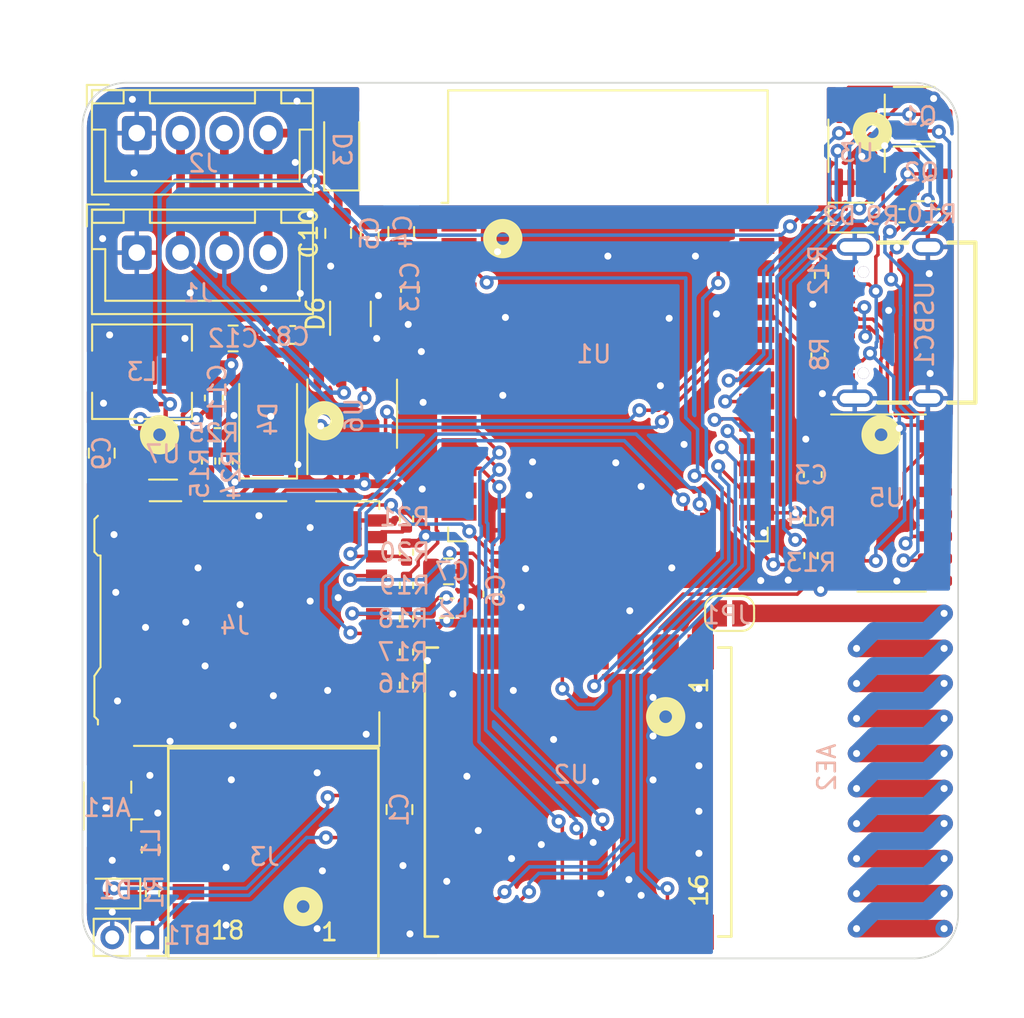
<source format=kicad_pcb>
(kicad_pcb (version 20211014) (generator pcbnew)
  (layers (0 "F.Cu" signal) (31 "B.Cu" signal) (34 "B.Paste" user) (35 "F.Paste" user) (36 "B.SilkS" user "B.Silkscreen") (37 "F.SilkS" user "F.Silkscreen") (38 "B.Mask" user) (39 "F.Mask" user) (44 "Edge.Cuts" user))
  (net 0 "")
  (net 1 "GND")
  (net 2 "Net-(AE1-Pad1)")
  (net 3 "Net-(D1-Pad1)")
  (net 4 "+3V3")
  (net 5 "Net-(AE2-Pad1)")
  (net 25 "Net-(J4-Pad1)")
  (net 26 "Net-(C3-Pad2)")
  (net 27 "15V")
  (net 28 "Net-(C11-Pad1)")
  (net 29 "Net-(C11-Pad2)")
  (net 30 "CANH")
  (net 31 "CANL")
  (net 32 "Net-(R8-Pad1)")
  (net 33 "DTR")
  (net 34 "Net-(Q1-Pad1)")
  (net 35 "RTS")
  (net 36 "Net-(Q2-Pad1)")
  (net 37 "Net-(R12-Pad2)")
  (net 38 "EN")
  (net 39 "IO0")
  (net 40 "Net-(R15-Pad1)")
  (net 41 "Net-(D3-Pad2)")
  (net 42 "Net-(J4-Pad2)")
  (net 43 "GPIO15_SD_CMD")
  (net 44 "GPIO14_SD_CLK")
  (net 45 "Net-(J4-Pad4)")
  (net 46 "GPIO2_SD_DAT0")
  (net 47 "Net-(J4-Pad5)")
  (net 48 "Net-(R24-Pad1)")
  (net 49 "LORA_CLK")
  (net 50 "LORA_MISO")
  (net 51 "LORA_MOSI")
  (net 52 "GPS_RX")
  (net 53 "GPS_TX")
  (net 54 "I2S_SDA")
  (net 55 "I2S_SCL")
  (net 56 "CAN_TX")
  (net 57 "ESP_RX")
  (net 58 "ESP_TX")
  (net 59 "CAN_RX")
  (net 60 "LORA_RESET")
  (net 61 "USB_DP")
  (net 62 "USB_DN")
  (net 63 "+5V")
  (net 70 "Net-(J4-Pad8)")
  (net 71 "Net-(JP1-Pad1)")
  (net 72 "Net-(C6-Pad2)")
  (net 73 "SD_DETECT")
  (net 76 "Net-(J3-Pad14)")
  (net 80 "VBAT_3V")
  (net 88 "LORA_TX_EN")
  (net 89 "LORA_NSS")
  (footprint "Capacitor_SMD:C_0603_1608Metric" (layer "F.Cu") (at 7.5 18 -90)
    (fp_text reference "C11")
    (fp_text value "10n")
  )
  (footprint "Diode_SMD:D_SOD-323" (layer "F.Cu") (at 1.8 46.3 180)
    (fp_text reference "D1")
    (fp_text value "D_Schottky")
  )
  (footprint "Resistor_SMD:R_0402_1005Metric" (layer "F.Cu") (at 41.6 25 -90)
    (fp_text reference "R14")
    (fp_text value "10k")
  )
  (footprint "Resistor_SMD:R_0402_1005Metric" (layer "F.Cu") (at 46.79 7.6 180)
    (fp_text reference "R9")
    (fp_text value "12k")
  )
  (footprint "Package_SO:SOIC-16_3.9x9.9mm_P1.27mm" (layer "F.Cu") (at 46.2 24)
    (fp_text reference "U5")
    (fp_text value "CH343G")
  )
  (footprint "Capacitor_SMD:C_0805_2012Metric" (layer "F.Cu") (at 1.1 21.15 90)
    (fp_text reference "C9")
    (fp_text value "10uF")
  )
  (footprint "Connector_PinSocket_2.00mm:PinSocket_1x02_P2.00mm_Vertical" (layer "F.Cu") (at 3.7 48.8 -90)
    (fp_text reference "BT1")
    (fp_text value "Battery_Cell")
  )
  (footprint "RF_Module:Ai-Thinker-Ra-01-LoRa" (layer "F.Cu") (at 28.3 40.5 -90)
    (fp_text reference "U2")
    (fp_text value "Ai-Thinker-Ra-01SH")
  )
  (footprint "Resistor_SMD:R_0402_1005Metric" (layer "F.Cu") (at 18.5 24.91 -90)
    (fp_text reference "R21")
    (fp_text value "47k")
  )
  (footprint "Diode_SMD:D_SOD-123" (layer "F.Cu") (at 14.8 3.9 90)
    (fp_text reference "D3")
    (fp_text value "D")
  )
  (footprint "Capacitor_SMD:C_0805_2012Metric" (layer "F.Cu") (at 18.2 8.5 -90)
    (fp_text reference "C4")
    (fp_text value "10u")
  )
  (footprint "Inductor_SMD:L_0805_2012Metric" (layer "F.Cu") (at 20.8 30 180)
    (fp_text reference "L2")
    (fp_text value "bead")
  )
  (footprint "Resistor_SMD:R_0402_1005Metric" (layer "F.Cu") (at 48.79 7.6)
    (fp_text reference "R10")
    (fp_text value "12k")
  )
  (footprint "RF_Module:ESP32-WROOM-32" (layer "F.Cu") (at 30 16.3)
    (fp_text reference "U1")
    (fp_text value "ESP32-WROOM-32E")
  )
  (footprint "Package_SO:SOIC-8_3.9x4.9mm_P1.27mm" (layer "F.Cu") (at 15.4 18.9 90)
    (fp_text reference "U6")
    (fp_text value "SN65HVD231")
  )
  (footprint "Capacitor_SMD:C_0603_1608Metric" (layer "F.Cu") (at 16.4 8.7 -90)
    (fp_text reference "C5")
    (fp_text value "100n")
  )
  (footprint "Resistor_SMD:R_0402_1005Metric" (layer "F.Cu") (at 7.7 20.1)
    (fp_text reference "R25")
    (fp_text value "24k")
  )
  (footprint "Resistor_SMD:R_0402_1005Metric" (layer "F.Cu") (at 18.5 34.4 -90)
    (fp_text reference "R16")
    (fp_text value "47k")
  )
  (footprint "Resistor_SMD:R_0402_1005Metric" (layer "F.Cu") (at 42 15.6 -90)
    (fp_text reference "R8")
    (fp_text value "5k1")
  )
  (footprint "Resistor_SMD:R_0402_1005Metric" (layer "F.Cu") (at 41.6 27 -90)
    (fp_text reference "R13")
    (fp_text value "10k")
  )
  (footprint "Capacitor_SMD:C_0805_2012Metric" (layer "F.Cu") (at 18.1 41.5 -90)
    (fp_text reference "C1")
    (fp_text value "10uF")
  )
  (footprint "Resistor_SMD:R_0402_1005Metric" (layer "F.Cu") (at 7.2 21.6 90)
    (fp_text reference "R15")
    (fp_text value "1k")
  )
  (footprint "Diode_SMD:D_SOD-323" (layer "F.Cu") (at 44.1 7.7)
    (fp_text reference "D2")
    (fp_text value "D_Schottky")
  )
  (footprint "Resistor_SMD:R_0402_1005Metric" (layer "F.Cu") (at 42.2 11 -90)
    (fp_text reference "R12")
    (fp_text value "5k1")
  )
  (footprint "bobbycar-lora-can-ethernet:ATGM336H-5N31" (layer "F.Cu") (at 10.9 44)
    (fp_text reference "J3")
    (fp_text value "ATGM336H-5N31")
  )
  (footprint "Resistor_SMD:R_0402_1005Metric" (layer "F.Cu") (at 18.5 30.6 -90)
    (fp_text reference "R18")
    (fp_text value "47k")
  )
  (footprint "Connector_JST:JST_XH_B4B-XH-A_1x04_P2.50mm_Vertical" (layer "F.Cu") (at 3.1 2.875)
    (fp_text reference "J2")
    (fp_text value "Conn_01x04")
  )
  (footprint "Package_TO_SOT_SMD:SOT-23-6" (layer "F.Cu") (at 4.6 21.1)
    (fp_text reference "U7")
    (fp_text value "MPM2359")
  )
  (footprint "Capacitor_SMD:C_0603_1608Metric" (layer "F.Cu") (at 41.7 22.375 -90)
    (fp_text reference "C3")
    (fp_text value "100n")
  )
  (footprint "Connector_Coaxial:U.FL_Hirose_U.FL-R-SMT-1_Vertical" (layer "F.Cu") (at 1.9 41.3 180)
    (fp_text reference "AE1")
    (fp_text value "Antenna_Shield")
  )
  (footprint "Resistor_SMD:R_0402_1005Metric" (layer "F.Cu") (at 18.5 28.7 -90)
    (fp_text reference "R19")
    (fp_text value "47k")
  )
  (footprint "Capacitor_SMD:C_0805_2012Metric" (layer "F.Cu") (at 14.6 8.6 90)
    (fp_text reference "C10")
    (fp_text value "10uF")
  )
  (footprint "Diode_SMD:D_SMA" (layer "F.Cu") (at 10.6 19.2 90)
    (fp_text reference "D4")
    (fp_text value "B230A")
  )
  (footprint "Package_TO_SOT_SMD:SOT-363_SC-70-6" (layer "F.Cu") (at 15.3 13.2 90)
    (fp_text reference "D6")
    (fp_text value "SP0505BAJT")
  )
  (footprint "Jumper:SolderJumper-2_P1.3mm_Open_RoundedPad1.0x1.5mm" (layer "F.Cu") (at 36.95 30.3)
    (fp_text reference "JP1")
    (fp_text value "Jumper_2_Open")
  )
  (footprint "Capacitor_SMD:C_0603_1608Metric" (layer "F.Cu") (at 18.7 11.8 90)
    (fp_text reference "C13")
    (fp_text value "100n")
  )
  (footprint "Connector_Card:microSD_HC_Hirose_DM3AT-SF-PEJM5" (layer "F.Cu") (at 9.065 30.87 -90)
    (fp_text reference "J4")
    (fp_text value "Micro_SD_Card_Det_Hirose_DM3AT")
  )
  (footprint "Resistor_SMD:R_0402_1005Metric" (layer "F.Cu") (at 18.5 32.5 90)
    (fp_text reference "R17")
    (fp_text value "47k")
  )
  (footprint "Connector_JST:JST_XH_B4B-XH-A_1x04_P2.50mm_Vertical" (layer "F.Cu") (at 3.1 9.7)
    (fp_text reference "J1")
    (fp_text value "Conn_01x04")
  )
  (footprint "Capacitor_SMD:C_0603_1608Metric" (layer "F.Cu") (at 23.4 29.2 90)
    (fp_text reference "C6")
    (fp_text value "100n")
  )
  (footprint "RF_Antenna:Texas_SWRA416_868MHz_915MHz" (layer "F.Cu") (at 43.4 39.3 -90)
    (fp_text reference "AE2")
    (fp_text value "Antenna")
  )
  (footprint "Resistor_SMD:R_0402_1005Metric" (layer "F.Cu") (at 4 46.3 -90)
    (fp_text reference "R1")
    (fp_text value "470")
  )
  (footprint "Package_TO_SOT_SMD:SOT-23" (layer "F.Cu") (at 48 5.2)
    (fp_text reference "Q2")
    (fp_text value "SS8050_C2150")
  )
  (footprint "Inductor_SMD:L_0603_1608Metric" (layer "F.Cu") (at 3.9 43.8 -90)
    (fp_text reference "L1")
    (fp_text value "6.8nH")
  )
  (footprint "Package_TO_SOT_SMD:SOT-23" (layer "F.Cu") (at 48 1.8)
    (fp_text reference "Q1")
    (fp_text value "SS8050_C2150")
  )
  (footprint "Capacitor_SMD:C_0805_2012Metric" (layer "F.Cu") (at 8.6 14.6)
    (fp_text reference "C12")
    (fp_text value "10uF")
  )
  (footprint "Resistor_SMD:R_0402_1005Metric" (layer "F.Cu") (at 8.2 21.6 -90)
    (fp_text reference "R24")
    (fp_text value "75k")
  )
  (footprint "Resistor_SMD:R_0402_1005Metric" (layer "F.Cu") (at 18.5 26.8 -90)
    (fp_text reference "R20")
    (fp_text value "47k")
  )
  (footprint "bobbycar-lora-can-ethernet:USB-C-SMD_MC-311D" (layer "F.Cu") (at 45.9025 13.695 90)
    (fp_text reference "USBC1")
    (fp_text value "MC-311D")
  )
  (footprint "Package_SO:MSOP-8_3x3mm_P0.65mm" (layer "F.Cu") (at 44.2 3.6 -90)
    (fp_text reference "U3")
    (fp_text value "LM75B")
  )
  (footprint "Inductor_SMD:L_Wuerth_HCI-5040" (layer "F.Cu") (at 3.4 16.5)
    (fp_text reference "L3")
    (fp_text value "4.7uH")
  )
  (footprint "Capacitor_SMD:C_0603_1608Metric" (layer "F.Cu") (at 12 14.4)
    (fp_text reference "C8")
    (fp_text value "100n")
  )
  (footprint "Capacitor_SMD:C_0805_2012Metric" (layer "F.Cu") (at 20.9 27.9)
    (fp_text reference "C7")
    (fp_text value "10uF")
  )
  (gr_circle (center 13.8 19.3) (end 14.160555 19.3) (layer "F.SilkS") (width 0.762) (fill none))
  (gr_circle (center 45.6 20.1) (end 45.960555 20.1) (layer "F.SilkS") (width 0.762) (fill none))
  (gr_circle (center 33.3 36.2) (end 33.660555 36.2) (layer "F.SilkS") (width 0.762) (fill none))
  (gr_circle (center 12.6 47.039445) (end 12.960555 47.039445) (layer "F.SilkS") (width 0.762) (fill none))
  (gr_circle (center 4.4 20.1) (end 4.760555 20.1) (layer "F.SilkS") (width 0.762) (fill none))
  (gr_circle (center 45.1 2.8) (end 45.460555 2.8) (layer "F.SilkS") (width 0.762) (fill none))
  (gr_circle (center 24 8.9) (end 24.360555 8.9) (layer "F.SilkS") (width 0.762) (fill none))
  (gr_line (start 47.5 50) (end 2.5 50) (layer "Edge.Cuts") (width 0.1))
  (gr_line (start 2.5 0) (end 47.5 0) (layer "Edge.Cuts") (width 0.1))
  (gr_arc (start 47.5 0) (mid 49.267767 0.732233) (end 50 2.5) (layer "Edge.Cuts") (width 0.1))
  (gr_arc (start 50 47.5) (mid 49.267767 49.267767) (end 47.5 50) (layer "Edge.Cuts") (width 0.1))
  (gr_arc (start 2.5 50) (mid 0.732233 49.267767) (end 0 47.5) (layer "Edge.Cuts") (width 0.1))
  (gr_line (start 0 47.5) (end 0 2.5) (layer "Edge.Cuts") (width 0.1))
  (gr_line (start 50 2.5) (end 50 47.5) (layer "Edge.Cuts") (width 0.1))
  (gr_arc (start 0 2.5) (mid 0.732233 0.732233) (end 2.5 0) (layer "Edge.Cuts") (width 0.1))
  (gr_text "1" (at 35.2 34.4 90) (layer "F.SilkS") (effects (font (size 1 1))))
  (gr_text "18" (at 8.3 48.4) (layer "F.SilkS") (effects (font (size 1 1))))
  (gr_text "1" (at 14.1 48.5) (layer "F.SilkS") (effects (font (size 1 1))))
  (gr_text "16" (at 35.2 46.1 90) (layer "F.SilkS") (effects (font (size 1 1))))
  (segment (start 48.6 0.9) (end 47.97048 0.27048) (width 0.2) (layer "F.Cu") (net 1))
  (segment (start 44.525 5.7125) (end 44.525 4.225) (width 0.2) (layer "F.Cu") (net 1))
  (segment (start 8.463499 19) (end 8.65 19) (width 0.2) (layer "F.Cu") (net 1))
  (segment (start 23.4 29.813499) (end 23.4 29.975) (width 0.2) (layer "F.Cu") (net 1))
  (segment (start 21.85 27.9) (end 21.85 28.263499) (width 0.2) (layer "F.Cu") (net 1))
  (segment (start 7.958979 19.50452) (end 8.463499 19) (width 0.2) (layer "F.Cu") (net 1))
  (segment (start 7.78548 19.50452) (end 7.958979 19.50452) (width 0.2) (layer "F.Cu") (net 1))
  (segment (start 43.225 0.788278) (end 43.225 1.4875) (width 0.2) (layer "F.Cu") (net 1))
  (segment (start 18.2 7.55) (end 16.775 7.55) (width 0.2) (layer "F.Cu") (net 1))
  (segment (start 44.525 4.225) (end 44.5 4.2) (width 0.2) (layer "F.Cu") (net 1))
  (segment (start 47.97048 0.27048) (end 43.742798 0.27048) (width 0.2) (layer "F.Cu") (net 1))
  (segment (start 16.775 7.55) (end 16.4 7.925) (width 0.2) (layer "F.Cu") (net 1))
  (segment (start 7.19 20.1) (end 7.78548 19.50452) (width 0.2) (layer "F.Cu") (net 1))
  (segment (start 21.85 28.263499) (end 23.4 29.813499) (width 0.2) (layer "F.Cu") (net 1))
  (segment (start 13.495 15.12) (end 12.775 14.4) (width 0.2) (layer "F.Cu") (net 1))
  (segment (start 13.495 16.425) (end 13.495 15.12) (width 0.2) (layer "F.Cu") (net 1))
  (segment (start 43.742798 0.27048) (end 43.225 0.788278) (width 0.2) (layer "F.Cu") (net 1))
  (via (at 24.15 13.4) (size 0.8) (drill 0.4) (layers "F.Cu" "B.Cu") (net 1))
  (via (at 35.2 34.6) (size 0.8) (drill 0.4) (layers "F.Cu" "B.Cu") (net 1))
  (via (at 21.15 34.9) (size 0.8) (drill 0.4) (layers "F.Cu" "B.Cu") (net 1))
  (via (at 32.5795 35.1) (size 0.8) (drill 0.4) (layers "F.Cu" "B.Cu") (net 1))
  (via (at 46.03326 13.000028) (size 0.8) (drill 0.4) (layers "F.Cu" "B.Cu") (net 1))
  (via (at 19.45 18.25) (size 0.8) (drill 0.4) (layers "F.Cu" "B.Cu") (net 1))
  (via (at 12.25 1.05) (size 0.8) (drill 0.4) (layers "F.Cu" "B.Cu") (net 1))
  (via (at 5.85 14.6) (size 0.8) (drill 0.4) (layers "F.Cu" "B.Cu") (net 1))
  (via (at 2.85 0.95) (size 0.8) (drill 0.4) (layers "F.Cu" "B.Cu") (net 1))
  (via (at 16.9 12.15) (size 0.8) (drill 0.4) (layers "F.Cu" "B.Cu") (net 1))
  (via (at 10.75 19.05) (size 0.8) (drill 0.4) (layers "F.Cu" "B.Cu") (net 1))
  (via (at 26.2 43.5) (size 0.8) (drill 0.4) (layers "F.Cu" "B.Cu") (net 1))
  (via (at 4.3 41.7) (size 0.8) (drill 0.4) (layers "F.Cu" "B.Cu") (net 1))
  (via (at 1.55 14.4) (size 0.8) (drill 0.4) (layers "F.Cu" "B.Cu") (net 1))
  (via (at 3.6 31.1) (size 0.8) (drill 0.4) (layers "F.Cu" "B.Cu") (net 1))
  (via (at 6.15 12) (size 0.8) (drill 0.4) (layers "F.Cu" "B.Cu") (net 1))
  (via (at 1.8 25.8) (size 0.8) (drill 0.4) (layers "F.Cu" "B.Cu") (net 1))
  (via (at 48.6 0.9) (size 0.8) (drill 0.4) (layers "F.Cu" "B.Cu") (net 1))
  (via (at 1.7 44.4) (size 0.8) (drill 0.4) (layers "F.Cu" "B.Cu") (net 1))
  (via (at 13 7.5) (size 0.8) (drill 0.4) (layers "F.Cu" "B.Cu") (net 1))
  (via (at 35.2 41.6) (size 0.8) (drill 0.4) (layers "F.Cu" "B.Cu") (net 1))
  (via (at 18.6 13.8) (size 0.8) (drill 0.4) (layers "F.Cu" "B.Cu") (net 1))
  (via (at 31.25 30.15) (size 0.8) (drill 0.4) (layers "F.Cu" "B.Cu") (net 1))
  (via (at 6.6 27.7) (size 0.8) (drill 0.4) (layers "F.Cu" "B.Cu") (net 1))
  (via (at 25.05 29.95) (size 0.8) (drill 0.4) (layers "F.Cu" "B.Cu") (net 1))
  (via (at 13.4 48.3) (size 0.8) (drill 0.4) (layers "F.Cu" "B.Cu") (net 1))
  (via (at 44.5 4.2) (size 0.8) (drill 0.4) (layers "F.Cu" "B.Cu") (net 1))
  (via (at 35.3 46.1) (size 0.8) (drill 0.4) (layers "F.Cu" "B.Cu") (net 1))
  (via (at 29.6 46.3) (size 0.8) (drill 0.4) (layers "F.Cu" "B.Cu") (net 1))
  (via (at 35.2 36.7) (size 0.8) (drill 0.4) (layers "F.Cu" "B.Cu") (net 1))
  (via (at 14 34.7) (size 0.8) (drill 0.4) (layers "F.Cu" "B.Cu") (net 1))
  (via (at 24.5 44.3) (size 0.8) (drill 0.4) (layers "F.Cu" "B.Cu") (net 1))
  (via (at 8.5 39.8) (size 0.8) (drill 0.4) (layers "F.Cu" "B.Cu") (net 1))
  (via (at 41.7 12.65) (size 0.8) (drill 0.4) (layers "F.Cu" "B.Cu") (net 1))
  (via (at 19.35 15.35) (size 0.8) (drill 0.4) (layers "F.Cu" "B.Cu") (net 1))
  (via (at 29.3 39.9) (size 0.8) (drill 0.4) (layers "F.Cu" "B.Cu") (net 1))
  (via (at 25.3 27.75) (size 0.8) (drill 0.4) (layers "F.Cu" "B.Cu") (net 1))
  (via (at 14.6 29.4) (size 0.8) (drill 0.4) (layers "F.Cu" "B.Cu") (net 1))
  (via (at 2.95 5.15) (size 0.8) (drill 0.4) (layers "F.Cu" "B.Cu") (net 1))
  (via (at 8.65 19) (size 0.8) (drill 0.4) (layers "F.Cu" "B.Cu") (net 1))
  (via (at 25.7 21.65) (size 0.8) (drill 0.4) (layers "F.Cu" "B.Cu") (net 1))
  (via (at 35.2 44) (size 0.8) (drill 0.4) (layers "F.Cu" "B.Cu") (net 1))
  (via (at 19.7 33) (size 0.8) (drill 0.4) (layers "F.Cu" "B.Cu") (net 1))
  (via (at 8.6 36.7) (size 0.8) (drill 0.4) (layers "F.Cu" "B.Cu") (net 1))
  (via (at 5.9 30.8) (size 0.8) (drill 0.4) (layers "F.Cu" "B.Cu") (net 1))
  (via (at 7 33.3) (size 0.8) (drill 0.4) (layers "F.Cu" "B.Cu") (net 1))
  (via (at 30 9.9) (size 0.8) (drill 0.4) (layers "F.Cu" "B.Cu") (net 1))
  (via (at 41.3 20.35) (size 0.8) (drill 0.4) (layers "F.Cu" "B.Cu") (net 1))
  (via (at 18.3 44.7) (size 0.8) (drill 0.4) (layers "F.Cu" "B.Cu") (net 1))
  (via (at 31.2 45.5) (size 0.8) (drill 0.4) (layers "F.Cu" "B.Cu") (net 1))
  (via (at 21.95 39.6) (size 0.8) (drill 0.4) (layers "F.Cu" "B.Cu") (net 1))
  (via (at 25.5 23.55) (size 0.8) (drill 0.4) (layers "F.Cu" "B.Cu") (net 1))
  (via (at 33 17.3) (size 0.8) (drill 0.4) (layers "F.Cu" "B.Cu") (net 1))
  (via (at 8.2 48.1) (size 0.8) (drill 0.4) (layers "F.Cu" "B.Cu") (net 1))
  (via (at 13.4 39.4) (size 0.8) (drill 0.4) (layers "F.Cu" "B.Cu") (net 1))
  (via (at 18.7 48.6) (size 0.8) (drill 0.4) (layers "F.Cu" "B.Cu") (net 1))
  (via (at 1.15 8.9) (size 0.8) (drill 0.4) (layers "F.Cu" "B.Cu") (net 1))
  (via (at 20.8 45.6) (size 0.8) (drill 0.4) (layers "F.Cu" "B.Cu") (net 1))
  (via (at 38.730135 28.423863) (size 0.8) (drill 0.4) (layers "F.Cu" "B.Cu") (net 1))
  (via (at 32.5795 39.807727) (size 0.8) (drill 0.4) (layers "F.Cu" "B.Cu") (net 1))
  (via (at 42.25 17.75) (size 0.8) (drill 0.4) (layers "F.Cu" "B.Cu") (net 1))
  (via (at 31.9 23.05) (size 0.8) (drill 0.4) (layers "F.Cu" "B.Cu") (net 1))
  (via (at 9 29.8) (size 0.8) (drill 0.4) (layers "F.Cu" "B.Cu") (net 1))
  (via (at 8.2 44.8) (size 0.8) (drill 0.4) (layers "F.Cu" "B.Cu") (net 1))
  (via (at 12.15 4.55) (size 0.8) (drill 0.4) (layers "F.Cu" "B.Cu") (net 1))
  (via (at 33.65 27.7) (size 0.8) (drill 0.4) (layers "F.Cu" "B.Cu") (net 1))
  (via (at 10.075332 24.7245) (size 0.8) (drill 0.4) (layers "F.Cu" "B.Cu") (net 1))
  (via (at 40.3 28.4) (size 0.8) (drill 0.4) (layers "F.Cu" "B.Cu") (net 1))
  (via (at 1.7 47.35) (size 0.8) (drill 0.4) (layers "F.Cu" "B.Cu") (net 1))
  (via (at 16.2 37.2) (size 0.8) (drill 0.4) (layers "F.Cu" "B.Cu") (net 1))
  (via (at 24.6 34.7) (size 0.8) (drill 0.4) (layers "F.Cu" "B.Cu") (net 1))
  (via (at 19.4 23.2) (size 0.8) (drill 0.4) (layers "F.Cu" "B.Cu") (net 1))
  (via (at 2 35.3) (size 0.8) (drill 0.4) (layers "F.Cu" "B.Cu") (net 1))
  (via (at 5 37.6) (size 0.8) (drill 0.4) (layers "F.Cu" "B.Cu") (net 1))
  (via (at 26.9 37.5) (size 0.8) (drill 0.4) (layers "F.Cu" "B.Cu") (net 1))
  (via (at 13 25.4) (size 0.8) (drill 0.4) (layers "F.Cu" "B.Cu") (net 1))
  (via (at 48.4 16.6) (size 0.8) (drill 0.4) (layers "F.Cu" "B.Cu") (net 1))
  (via (at 31.9 46.4) (size 0.8) (drill 0.4) (layers "F.Cu" "B.Cu") (net 1))
  (via (at 3.85 39.55) (size 0.8) (drill 0.4) (layers "F.Cu" "B.Cu") (net 1))
  (via (at 23.7 9.65) (size 0.8) (drill 0.4) (layers "F.Cu" "B.Cu") (net 1))
  (via (at 13.7 45) (size 0.8) (drill 0.4) (layers "F.Cu" "B.Cu") (net 1))
  (via (at 22.6 42.7) (size 0.8) (drill 0.4) (layers "F.Cu" "B.Cu") (net 1))
  (via (at 38.9 25.7) (size 0.8) (drill 0.4) (layers "F.Cu" "B.Cu") (net 1))
  (via (at 16.8 14.6) (size 0.8) (drill 0.4) (layers "F.Cu" "B.Cu") (net 1))
  (via (at 12.3 21.8) (size 0.8) (drill 0.4) (layers "F.Cu" "B.Cu") (net 1))
  (via (at 30.45 21.7) (size 0.8) (drill 0.4) (layers "F.Cu" "B.Cu") (net 1))
  (via (at 32.5795 37.3) (size 0.8) (drill 0.4) (layers "F.Cu" "B.Cu") (net 1))
  (via (at 48.35 10.9) (size 0.8) (drill 0.4) (layers "F.Cu" "B.Cu") (net 1))
  (via (at 1.35 41.4) (size 0.8) (drill 0.4) (layers "F.Cu" "B.Cu") (net 1))
  (via (at 36.2 13.2) (size 0.8) (drill 0.4) (layers "F.Cu" "B.Cu") (net 1))
  (via (at 1.9 29.1) (size 0.8) (drill 0.4) (layers "F.Cu" "B.Cu") (net 1))
  (via (at 34.35 20.65) (size 0.8) (drill 0.4) (layers "F.Cu" "B.Cu") (net 1))
  (via (at 1.2 18.3) (size 0.8) (drill 0.4) (layers "F.Cu" "B.Cu") (net 1))
  (via (at 10.35 11.75) (size 0.8) (drill 0.4) (layers "F.Cu" "B.Cu") (net 1))
  (via (at 46.5 28.45) (size 0.8) (drill 0.4) (layers "F.Cu" "B.Cu") (net 1))
  (via (at 33.5 13.45) (size 0.8) (drill 0.4) (layers "F.Cu" "B.Cu") (net 1))
  (via (at 35.2 39) (size 0.8) (drill 0.4) (layers "F.Cu" "B.Cu") (net 1))
  (via (at 42.15 28.95) (size 0.8) (drill 0.4) (layers "F.Cu" "B.Cu") (net 1))
  (via (at 10.9 35) (size 0.8) (drill 0.4) (layers "F.Cu" "B.Cu") (net 1))
  (via (at 29.159011 43.378394) (size 0.8) (drill 0.4) (layers "F.Cu" "B.Cu") (net 1))
  (via (at 35 9.9) (size 0.8) (drill 0.4) (layers "F.Cu" "B.Cu") (net 1))
  (via (at 24 17.85) (size 0.8) (drill 0.4) (layers "F.Cu" "B.Cu") (net 1))
  (via (at 12.438427 12.0295) (size 0.8) (drill 0.4) (layers "F.Cu" "B.Cu") (net 1))
  (via (at 13 29.6) (size 0.8) (drill 0.4) (layers "F.Cu" "B.Cu") (net 1))
  (via (at 14.171665 10.4705) (size 0.8) (drill 0.4) (layers "F.Cu" "B.Cu") (net 1))
  (segment (start 2.95 41.3) (end 3.55 40.7) (width 0.2) (layer "F.Cu") (net 2))
  (segment (start 3.55 40.7) (end 6.05 40.7) (width 0.2) (layer "F.Cu") (net 2))
  (segment (start 2.95 41.3) (end 2.95 42.0625) (width 0.2) (layer "F.Cu") (net 2))
  (segment (start 2.95 42.0625) (end 3.9 43.0125) (width 0.2) (layer "F.Cu") (net 2))
  (segment (start 3.49 46.3) (end 4 45.79) (width 0.2) (layer "F.Cu") (net 3))
  (segment (start 2.85 46.3) (end 3.49 46.3) (width 0.2) (layer "F.Cu") (net 3))
  (segment (start 19.09952 39.55048) (end 18.1 40.55) (width 0.2) (layer "F.Cu") (net 4))
  (segment (start 18.5 33.01) (end 18.5 33.89) (width 0.2) (layer "F.Cu") (net 4))
  (segment (start 18.5 33.89) (end 19.09952 34.48952) (width 0.2) (layer "F.Cu") (net 4))
  (segment (start 30.263542 30.85452) (end 21.85452 30.85452) (width 0.5) (layer "F.Cu") (net 4))
  (segment (start 18.5 23.6) (end 18.5 24.4) (width 0.5) (layer "F.Cu") (net 4))
  (segment (start 18.2 9.45) (end 16.425 9.45) (width 0.3) (layer "F.Cu") (net 4))
  (segment (start 40.7 26.1) (end 41.21 26.1) (width 0.2) (layer "F.Cu") (net 4))
  (segment (start 0.75 46.3) (end 1.5 46.3) (width 0.2) (layer "F.Cu") (net 4))
  (segment (start 18.5 26.29) (end 19.21 26.29) (width 0.5) (layer "F.Cu") (net 4))
  (segment (start 46.91854 23.560615) (end 44.97952 25.499635) (width 0.2) (layer "F.Cu") (net 4))
  (segment (start 18.5 32.990978) (end 18.5 33.01) (width 0.2) (layer "F.Cu") (net 4))
  (segment (start 16.1 21.44) (end 16.035 21.375) (width 0.5) (layer "F.Cu") (net 4))
  (segment (start 18.5 30.16716) (end 19.21236 30.87952) (width 0.2) (layer "F.Cu") (net 4))
  (segment (start 48.675 20.825) (end 48.362567 20.825) (width 0.2) (layer "F.Cu") (net 4))
  (segment (start 40.816219 29.2) (end 34.290978 29.2) (width 0.2) (layer "F.Cu") (net 4))
  (segment (start 16.1 22.9) (end 17.8 22.9) (width 0.5) (layer "F.Cu") (net 4))
  (segment (start 21.85452 30.85452) (end 20.95452 30.85452) (width 0.5) (layer "F.Cu") (net 4))
  (segment (start 14.675 11.2) (end 11.8 11.2) (width 0.3) (layer "F.Cu") (net 4))
  (segment (start 19.21236 30.87952) (end 20.611458 30.87952) (width 0.2) (layer "F.Cu") (net 4))
  (segment (start 42.38452 26.48452) (end 41.60548 26.48452) (width 0.2) (layer "F.Cu") (net 4))
  (segment (start 48.362567 20.825) (end 46.91854 22.269027) (width 0.2) (layer "F.Cu") (net 4))
  (segment (start 31.3 32.5) (end 31.3 31.890978) (width 0.5) (layer "F.Cu") (net 4))
  (segment (start 16.4 9.475) (end 14.675 11.2) (width 0.3) (layer "F.Cu") (net 4))
  (segment (start 9.55 14.6) (end 11.025 14.6) (width 0.3) (layer "F.Cu") (net 4))
  (segment (start 5.45 16.5) (end 5.85 16.1) (width 0.5) (layer "F.Cu") (net 4))
  (segment (start 15.75 40.7) (end 14.1 40.7) (width 0.2) (layer "F.Cu") (net 4))
  (segment (start 44.727913 26.48452) (end 42.38452 26.48452) (width 0.2) (layer "F.Cu") (net 4))
  (segment (start 45.175 6.411722) (end 44.413903 7.172819) (width 0.2) (layer "F.Cu") (net 4))
  (segment (start 45.175 5.7125) (end 45.175 6.411722) (width 0.2) (layer "F.Cu") (net 4))
  (segment (start 15.9 40.55) (end 15.75 40.7) (width 0.2) (layer "F.Cu") (net 4))
  (segment (start 19.6 25.401649) (end 19.6 25.9) (width 0.5) (layer "F.Cu") (net 4))
  (segment (start 18.1 40.55) (end 15.9 40.55) (width 0.2) (layer "F.Cu") (net 4))
  (segment (start 42.38452 27.631699) (end 40.816219 29.2) (width 0.2) (layer "F.Cu") (net 4))
  (segment (start 41.21 26.1) (end 41.6 26.49) (width 0.2) (layer "F.Cu") (net 4))
  (segment (start 11.225 11.775) (end 11.225 14.4) (width 0.3) (layer "F.Cu") (net 4))
  (segment (start 46.91854 22.269027) (end 46.91854 23.560615) (width 0.2) (layer "F.Cu") (net 4))
  (segment (start 11.8 11.2) (end 11.225 11.775) (width 0.3) (layer "F.Cu") (net 4))
  (segment (start 8.2 22.3) (end 8.7 22.8) (width 0.5) (layer "F.Cu") (net 4))
  (segment (start 17.8 22.9) (end 18.5 23.6) (width 0.5) (layer "F.Cu") (net 4))
  (segment (start 20.795489 30.695489) (end 18.5 32.990978) (width 0.2) (layer "F.Cu") (net 4))
  (segment (start 1.5 46.3) (end 1.8 46) (width 0.2) (layer "F.Cu") (net 4))
  (segment (start 44.97952 25.499635) (end 44.97952 26.232913) (width 0.2) (layer "F.Cu") (net 4))
  (segment (start 20.611458 30.87952) (end 20.795489 30.695489) (width 0.2) (layer "F.Cu") (net 4))
  (segment (start 31.3 32.190978) (end 31.3 32.5) (width 0.2) (layer "F.Cu") (net 4))
  (segment (start 8.2 22.11) (end 8.2 22.3) (width 0.5) (layer "F.Cu") (net 4))
  (segment (start 41.6 25.51) (end 41.6 26.49) (width 0.2) (layer "F.Cu") (net 4))
  (segment (start 8.5 15.65) (end 9.55 14.6) (width 0.5) (layer "F.Cu") (net 4))
  (segment (start 42.38452 26.48452) (end 42.38452 27.631699) (width 0.2) (layer "F.Cu") (net 4))
  (segment (start 41.60548 26.48452) (end 41.6 26.49) (width 0.2) (layer "F.Cu") (net 4))
  (segment (start 44.413903 7.172819) (end 44.355522 7.172819) (width 0.2) (layer "F.Cu") (net 4))
  (segment (start 18.5 30.09) (end 18.5 30.16716) (width 0.2) (layer "F.Cu") (net 4))
  (segment (start 34.290978 29.2) (end 31.3 32.190978) (width 0.2) (layer "F.Cu") (net 4))
  (segment (start 21.5 9.315) (end 18.335 9.315) (width 0.3) (layer "F.Cu") (net 4))
  (segment (start 16.1 22.9) (end 16.1 21.44) (width 0.5) (layer "F.Cu") (net 4))
  (segment (start 16.425 9.45) (end 16.4 9.475) (width 0.3) (layer "F.Cu") (net 4))
  (segment (start 19.09952 34.48952) (end 19.09952 39.55048) (width 0.2) (layer "F.Cu") (net 4))
  (segment (start 19.21 26.29) (end 19.6 25.9) (width 0.5) (layer "F.Cu") (net 4))
  (segment (start 21.8625 30.84654) (end 21.85452 30.85452) (width 0.5) (layer "F.Cu") (net 4))
  (segment (start 11.025 14.6) (end 11.225 14.4) (width 0.3) (layer "F.Cu") (net 4))
  (segment (start 44.97952 26.232913) (end 44.727913 26.48452) (width 0.2) (layer "F.Cu") (net 4))
  (segment (start 21.8625 30) (end 21.8625 30.84654) (width 0.5) (layer "F.Cu") (net 4))
  (segment (start 18.335 9.315) (end 18.2 9.45) (width 0.3) (layer "F.Cu") (net 4))
  (segment (start 5.85 16.1) (end 8.5 16.1) (width 0.5) (layer "F.Cu") (net 4))
  (segment (start 8.5 16.1) (end 8.5 15.65) (width 0.5) (layer "F.Cu") (net 4))
  (segment (start 20.95452 30.85452) (end 20.795489 30.695489) (width 0.5) (layer "F.Cu") (net 4))
  (segment (start 18.598351 24.4) (end 19.6 25.401649) (width 0.5) (layer "F.Cu") (net 4))
  (segment (start 14.1 40.7) (end 14 40.8) (width 0.2) (layer "F.Cu") (net 4))
  (segment (start 18.5 24.4) (end 18.598351 24.4) (width 0.5) (layer "F.Cu") (net 4))
  (segment (start 31.3 31.890978) (end 30.263542 30.85452) (width 0.5) (layer "F.Cu") (net 4))
  (via (at 40.7 26.1) (size 0.8) (drill 0.4) (layers "F.Cu" "B.Cu") (net 4))
  (via (at 8.5 16.1) (size 0.8) (drill 0.4) (layers "F.Cu" "B.Cu") (net 4))
  (via (at 14 40.8) (size 0.8) (drill 0.4) (layers "F.Cu" "B.Cu") (net 4))
  (via (at 19.6 25.9) (size 0.8) (drill 0.4) (layers "F.Cu" "B.Cu") (net 4))
  (via (at 20.795489 30.695489) (size 0.8) (drill 0.4) (layers "F.Cu" "B.Cu") (net 4))
  (via (at 16.1 22.9) (size 0.8) (drill 0.4) (layers "F.Cu" "B.Cu") (net 4))
  (via (at 8.7 22.8) (size 0.8) (drill 0.4) (layers "F.Cu" "B.Cu") (net 4))
  (via (at 1.8 46) (size 0.8) (drill 0.4) (layers "F.Cu" "B.Cu") (net 4))
  (via (at 44.355522 7.172819) (size 0.8) (drill 0.4) (layers "F.Cu" "B.Cu") (net 4))
  (segment (start 40.038533 25.438533) (end 40.7 26.1) (width 0.2) (layer "B.Cu") (net 4))
  (segment (start 7.7 17.5) (end 7.7 21.8) (width 0.5) (layer "B.Cu") (net 4))
  (segment (start 19.6 25.9) (end 21.2 25.9) (width 0.5) (layer "B.Cu") (net 4))
  (segment (start 8.5 16.1) (end 8.5 16.7) (width 0.5) (layer "B.Cu") (net 4))
  (segment (start 44.355522 7.172819) (end 44.105566 7.172819) (width 0.2) (layer "B.Cu") (net 4))
  (segment (start 8.7 22.8) (end 8.8 22.9) (width 0.5) (layer "B.Cu") (net 4))
  (segment (start 9.36329 46) (end 14 41.36329) (width 0.2) (layer "B.Cu") (net 4))
  (segment (start 21.2 25.9) (end 21.8 26.5) (width 0.5) (layer "B.Cu") (net 4))
  (segment (start 40.038533 11.239852) (end 40.038533 25.438533) (width 0.2) (layer "B.Cu") (net 4))
  (segment (start 8.8 22.9) (end 16 22.9) (width 0.5) (layer "B.Cu") (net 4))
  (segment (start 21.8 29.690978) (end 20.795489 30.695489) (width 0.5) (layer "B.Cu") (net 4))
  (segment (start 14 41.36329) (end 14 40.8) (width 0.2) (layer "B.Cu") (net 4))
  (segment (start 44.105566 7.172819) (end 40.038533 11.239852) (width 0.2) (layer "B.Cu") (net 4))
  (segment (start 16 22.9) (end 16.1 22.9) (width 0.5) (layer "B.Cu") (net 4))
  (segment (start 8.5 16.7) (end 7.7 17.5) (width 0.5) (layer "B.Cu") (net 4))
  (segment (start 7.7 21.8) (end 8.7 22.8) (width 0.5) (layer "B.Cu") (net 4))
  (segment (start 21.8 26.5) (end 21.8 29.690978) (width 0.5) (layer "B.Cu") (net 4))
  (segment (start 1.8 46) (end 9.36329 46) (width 0.2) (layer "B.Cu") (net 4))
  (segment (start 16.79 33.645) (end 18.055 34.91) (width 0.2) (layer "F.Cu") (net 25))
  (segment (start 18.055 34.91) (end 18.5 34.91) (width 0.2) (layer "F.Cu") (net 25))
  (segment (start 43.51 23.15) (end 43.725 23.365) (width 0.2) (layer "F.Cu") (net 26))
  (segment (start 41.7 23.15) (end 43.51 23.15) (width 0.2) (layer "F.Cu") (net 26))
  (segment (start 7.19 21.1) (end 7.2 21.09) (width 0.25) (layer "F.Cu") (net 27))
  (segment (start 40.9 7.7) (end 40.4 8.2) (width 0.2) (layer "F.Cu") (net 27))
  (segment (start 14.8 5.55) (end 13.25 5.55) (width 0.5) (layer "F.Cu") (net 27))
  (segment (start 43.05 7.7) (end 40.9 7.7) (width 0.2) (layer "F.Cu") (net 27))
  (segment (start 2.800989 18.349011) (end 5 18.349011) (width 0.25) (layer "F.Cu") (net 27))
  (segment (start 5.7375 21.1) (end 5.353928 21.1) (width 0.25) (layer "F.Cu") (net 27))
  (segment (start 13.25 5.55) (end 13.2 5.6) (width 0.5) (layer "F.Cu") (net 27))
  (segment (start 1.1 20.05) (end 2.800989 18.349011) (width 0.25) (layer "F.Cu") (net 27))
  (segment (start 14.6 7.65) (end 14.6 5.75) (width 0.5) (layer "F.Cu") (net 27))
  (segment (start 14.6 5.75) (end 14.8 5.55) (width 0.5) (layer "F.Cu") (net 27))
  (segment (start 4.75048 18.598531) (end 5 18.349011) (width 0.25) (layer "F.Cu") (net 27))
  (segment (start 5.7375 21.1) (end 7.19 21.1) (width 0.25) (layer "F.Cu") (net 27))
  (segment (start 4.75048 20.496552) (end 4.75048 18.598531) (width 0.25) (layer "F.Cu") (net 27))
  (segment (start 5.353928 21.1) (end 4.75048 20.496552) (width 0.25) (layer "F.Cu") (net 27))
  (via (at 40.4 8.2) (size 0.8) (drill 0.4) (layers "F.Cu" "B.Cu") (net 27))
  (via (at 5 18.349011) (size 0.8) (drill 0.4) (layers "F.Cu" "B.Cu") (net 27))
  (via (at 13.2 5.6) (size 0.8) (drill 0.4) (layers "F.Cu" "B.Cu") (net 27))
  (segment (start 39.9 8.7) (end 40.4 8.2) (width 0.2) (layer "B.Cu") (net 27))
  (segment (start 13.2 5.6) (end 5.3 5.6) (width 0.25) (layer "B.Cu") (net 27))
  (segment (start 4.4 6.5) (end 4.4 17.749011) (width 0.25) (layer "B.Cu") (net 27))
  (segment (start 5.3 5.6) (end 4.4 6.5) (width 0.25) (layer "B.Cu") (net 27))
  (segment (start 4.4 17.749011) (end 5 18.349011) (width 0.25) (layer "B.Cu") (net 27))
  (segment (start 13.2 5.6) (end 16.3 8.7) (width 0.2) (layer "B.Cu") (net 27))
  (segment (start 16.3 8.7) (end 39.9 8.7) (width 0.2) (layer "B.Cu") (net 27))
  (segment (start 7.871316 17.225) (end 10.6 19.953684) (width 0.25) (layer "F.Cu") (net 28))
  (segment (start 5.7375 20.15) (end 5.7375 18.9379) (width 0.25) (layer "F.Cu") (net 28))
  (segment (start 7.4504 17.225) (end 7.5 17.225) (width 0.25) (layer "F.Cu") (net 28))
  (segment (start 7.5 17.225) (end 7.871316 17.225) (width 0.25) (layer "F.Cu") (net 28))
  (segment (start 10.6 19.953684) (end 10.6 21) (width 0.25) (layer "F.Cu") (net 28))
  (segment (start 7.100489 17.624511) (end 7.5 17.225) (width 0.25) (layer "F.Cu") (net 28))
  (segment (start 5.7375 18.9379) (end 7.4504 17.225) (width 0.25) (layer "F.Cu") (net 28))
  (segment (start 2.474511 17.624511) (end 7.100489 17.624511) (width 0.25) (layer "F.Cu") (net 28))
  (segment (start 1.35 16.5) (end 2.474511 17.624511) (width 0.25) (layer "F.Cu") (net 28))
  (segment (start 3.3 19.2) (end 3.3 19.9875) (width 0.25) (layer "F.Cu") (net 29))
  (segment (start 6.925 18.775) (end 6.5 19.2) (width 0.25) (layer "F.Cu") (net 29))
  (segment (start 3.3 19.9875) (end 3.4625 20.15) (width 0.25) (layer "F.Cu") (net 29))
  (segment (start 7.5 18.775) (end 6.925 18.775) (width 0.25) (layer "F.Cu") (net 29))
  (via (at 6.5 19.2) (size 0.8) (drill 0.4) (layers "F.Cu" "B.Cu") (net 29))
  (via (at 3.3 19.2) (size 0.8) (drill 0.4) (layers "F.Cu" "B.Cu") (net 29))
  (segment (start 3.3 19.2) (end 6.5 19.2) (width 0.25) (layer "B.Cu") (net 29))
  (segment (start 13.874511 13.025489) (end 13.874511 15.222078) (width 0.2) (layer "F.Cu") (net 30))
  (segment (start 8.1 2.875) (end 8.1 9.7) (width 0.5) (layer "F.Cu") (net 30))
  (segment (start 14.765 16.325) (end 14.93163 16.49163) (width 0.25) (layer "F.Cu") (net 30))
  (segment (start 14.93163 16.49163) (end 14.93163 17.6955) (width 0.25) (layer "F.Cu") (net 30))
  (segment (start 14.765 16.112567) (end 14.765 16.325) (width 0.2) (layer "F.Cu") (net 30))
  (segment (start 13.874511 15.222078) (end 14.765 16.112567) (width 0.2) (layer "F.Cu") (net 30))
  (segment (start 14.65 12.25) (end 13.874511 13.025489) (width 0.2) (layer "F.Cu") (net 30))
  (via (at 14.93163 17.6955) (size 0.8) (drill 0.4) (layers "F.Cu" "B.Cu") (net 30))
  (segment (start 8.1 9.7) (end 8.1 11.6) (width 0.25) (layer "B.Cu") (net 30))
  (segment (start 8.1 11.6) (end 14.1955 17.6955) (width 0.25) (layer "B.Cu") (net 30))
  (segment (start 14.1955 17.6955) (end 14.93163 17.6955) (width 0.25) (layer "B.Cu") (net 30))
  (segment (start 14.65 14.584022) (end 14.65 14.15) (width 0.2) (layer "F.Cu") (net 31))
  (segment (start 16.1 18) (end 16.1 16.39) (width 0.25) (layer "F.Cu") (net 31))
  (segment (start 15.254511 14.754511) (end 14.820489 14.754511) (width 0.2) (layer "F.Cu") (net 31))
  (segment (start 16.1 16.39) (end 16.035 16.325) (width 0.25) (layer "F.Cu") (net 31))
  (segment (start 16.035 15.535) (end 15.254511 14.754511) (width 0.2) (layer "F.Cu") (net 31))
  (segment (start 14.820489 14.754511) (end 14.65 14.584022) (width 0.2) (layer "F.Cu") (net 31))
  (segment (start 16.035 16.325) (end 16.035 15.535) (width 0.2) (layer "F.Cu") (net 31))
  (segment (start 5.6 2.875) (end 5.6 9.7) (width 0.5) (layer "F.Cu") (net 31))
  (via (at 16.1 18) (size 0.8) (drill 0.4) (layers "F.Cu" "B.Cu") (net 31))
  (segment (start 5.6 9.70742) (end 14.29258 18.4) (width 0.25) (layer "B.Cu") (net 31))
  (segment (start 14.29258 18.4) (end 15.7 18.4) (width 0.25) (layer "B.Cu") (net 31))
  (segment (start 5.6 9.7) (end 5.6 9.70742) (width 0.25) (layer "B.Cu") (net 31))
  (segment (start 15.7 18.4) (end 16.1 18) (width 0.25) (layer "B.Cu") (net 31))
  (segment (start 43.5325 14.945) (end 42.145 14.945) (width 0.2) (layer "F.Cu") (net 32))
  (segment (start 42.145 14.945) (end 42 15.09) (width 0.2) (layer "F.Cu") (net 32))
  (segment (start 47.0625 6.15) (end 47.0625 7.3625) (width 0.2) (layer "F.Cu") (net 33))
  (segment (start 47.3 7.6) (end 46.4 8.5) (width 0.2) (layer "F.Cu") (net 33))
  (segment (start 48.577597 27.272403) (end 46.882283 27.272403) (width 0.2) (layer "F.Cu") (net 33))
  (segment (start 48.675 27.175) (end 48.577597 27.272403) (width 0.2) (layer "F.Cu") (net 33))
  (segment (start 46.4 8.5) (end 46.1 8.5) (width 0.2) (layer "F.Cu") (net 33))
  (segment (start 47.0625 7.3625) (end 47.3 7.6) (width 0.2) (layer "F.Cu") (net 33))
  (via (at 46.1 8.5) (size 0.8) (drill 0.4) (layers "F.Cu" "B.Cu") (net 33))
  (via (at 46.882283 27.272403) (size 0.8) (drill 0.4) (layers "F.Cu" "B.Cu") (net 33))
  (segment (start 47.092272 18.337179) (end 47.092272 10.953233) (width 0.2) (layer "B.Cu") (net 33))
  (segment (start 47.443571 18.673192) (end 47.428285 18.673192) (width 0.2) (layer "B.Cu") (net 33))
  (segment (start 45.820499 8.779501) (end 46.1 8.5) (width 0.2) (layer "B.Cu") (net 33))
  (segment (start 47.188558 27.272403) (end 47.7 26.760961) (width 0.2) (layer "B.Cu") (net 33))
  (segment (start 47.7 26.760961) (end 47.7 18.929621) (width 0.2) (layer "B.Cu") (net 33))
  (segment (start 47.428285 18.673192) (end 47.092272 18.337179) (width 0.2) (layer "B.Cu") (net 33))
  (segment (start 47.7 18.929621) (end 47.443571 18.673192) (width 0.2) (layer "B.Cu") (net 33))
  (segment (start 47.092272 10.953233) (end 45.820499 9.68146) (width 0.2) (layer "B.Cu") (net 33))
  (segment (start 46.882283 27.272403) (end 47.188558 27.272403) (width 0.2) (layer "B.Cu") (net 33))
  (segment (start 45.820499 9.68146) (end 45.820499 8.779501) (width 0.2) (layer "B.Cu") (net 33))
  (segment (start 45.717783 7.037783) (end 46.28 7.6) (width 0.2) (layer "F.Cu") (net 34))
  (segment (start 47.0625 0.85) (end 45.717783 2.194717) (width 0.2) (layer "F.Cu") (net 34))
  (segment (start 45.717783 2.194717) (end 45.717783 2.921256) (width 0.2) (layer "F.Cu") (net 34))
  (segment (start 44.78146 3.116972) (end 44.78146 3.520499) (width 0.2) (layer "F.Cu") (net 34))
  (segment (start 45.279501 4.01854) (end 45.279501 4.440462) (width 0.2) (layer "F.Cu") (net 34))
  (segment (start 44.977176 2.921256) (end 44.78146 3.116972) (width 0.2) (layer "F.Cu") (net 34))
  (segment (start 45.717783 4.878744) (end 45.717783 7.037783) (width 0.2) (layer "F.Cu") (net 34))
  (segment (start 45.279501 4.440462) (end 45.717783 4.878744) (width 0.2) (layer "F.Cu") (net 34))
  (segment (start 45.717783 2.921256) (end 44.977176 2.921256) (width 0.2) (layer "F.Cu") (net 34))
  (segment (start 44.78146 3.520499) (end 45.279501 4.01854) (width 0.2) (layer "F.Cu") (net 34))
  (segment (start 48.675 25.905) (end 47.395 25.905) (width 0.2) (layer "F.Cu") (net 35))
  (segment (start 47.395 25.905) (end 47 26.3) (width 0.2) (layer "F.Cu") (net 35))
  (segment (start 46.16952 11.23048) (end 46.16952 9.71048) (width 0.2) (layer "F.Cu") (net 35))
  (segment (start 47.0625 2.75) (end 48.85 2.75) (width 0.2) (layer "F.Cu") (net 35))
  (segment (start 46.48 9.4) (end 46.5 9.4) (width 0.2) (layer "F.Cu") (net 35))
  (segment (start 46.5 9.38) (end 46.5 9.4) (width 0.2) (layer "F.Cu") (net 35))
  (segment (start 46.16952 9.71048) (end 46.48 9.4) (width 0.2) (layer "F.Cu") (net 35))
  (segment (start 48.28 7.6) (end 46.5 9.38) (width 0.2) (layer "F.Cu") (net 35))
  (segment (start 48.85 2.75) (end 48.9 2.8) (width 0.2) (layer "F.Cu") (net 35))
  (via (at 46.5 9.4) (size 0.8) (drill 0.4) (layers "F.Cu" "B.Cu") (net 35))
  (via (at 47 26.3) (size 0.8) (drill 0.4) (layers "F.Cu" "B.Cu") (net 35))
  (via (at 46.16952 11.23048) (size 0.8) (drill 0.4) (layers "F.Cu" "B.Cu") (net 35))
  (via (at 48.9 2.8) (size 0.8) (drill 0.4) (layers "F.Cu" "B.Cu") (net 35))
  (segment (start 49.5 7.3) (end 48.20452 8.59548) (width 0.2) (layer "B.Cu") (net 35))
  (segment (start 47.320489 19.102106) (end 46.7 18.481617) (width 0.2) (layer "B.Cu") (net 35))
  (segment (start 46.712761 13.281488) (end 46.712761 12.718568) (width 0.2) (layer "B.Cu") (net 35))
  (segment (start 48.9 2.8) (end 49.5 3.4) (width 0.2) (layer "B.Cu") (net 35))
  (segment (start 47.30452 8.59548) (end 46.5 9.4) (width 0.2) (layer "B.Cu") (net 35))
  (segment (start 46.7 18.481617) (end 46.7 13.294249) (width 0.2) (layer "B.Cu") (net 35))
  (segment (start 47.320489 25.979511) (end 47.320489 19.102106) (width 0.2) (layer "B.Cu") (net 35))
  (segment (start 49.5 3.4) (end 49.5 7.3) (width 0.2) (layer "B.Cu") (net 35))
  (segment (start 47 26.3) (end 47.320489 25.979511) (width 0.2) (layer "B.Cu") (net 35))
  (segment (start 46.7 11.76096) (end 46.16952 11.23048) (width 0.2) (layer "B.Cu") (net 35))
  (segment (start 46.7 12.705807) (end 46.7 11.76096) (width 0.2) (layer "B.Cu") (net 35))
  (segment (start 48.20452 8.59548) (end 47.30452 8.59548) (width 0.2) (layer "B.Cu") (net 35))
  (segment (start 46.7 13.294249) (end 46.712761 13.281488) (width 0.2) (layer "B.Cu") (net 35))
  (segment (start 46.712761 12.718568) (end 46.7 12.705807) (width 0.2) (layer "B.Cu") (net 35))
  (segment (start 47.0625 4.25) (end 46.406917 3.594417) (width 0.2) (layer "F.Cu") (net 36))
  (segment (start 46.406917 3.594417) (end 45.810387 3.594417) (width 0.2) (layer "F.Cu") (net 36))
  (segment (start 49.3 7.6) (end 48.4 6.7) (width 0.2) (layer "F.Cu") (net 36))
  (segment (start 48.4 6.7) (end 48.2705 6.7) (width 0.2) (layer "F.Cu") (net 36))
  (via (at 48.2705 6.7) (size 0.8) (drill 0.4) (layers "F.Cu" "B.Cu") (net 36))
  (via (at 45.810387 3.594417) (size 0.8) (drill 0.4) (layers "F.Cu" "B.Cu") (net 36))
  (segment (start 48.4 6.5705) (end 48.2705 6.7) (width 0.2) (layer "B.Cu") (net 36))
  (segment (start 47.494417 3.594417) (end 48.4 4.5) (width 0.2) (layer "B.Cu") (net 36))
  (segment (start 45.810387 3.594417) (end 47.494417 3.594417) (width 0.2) (layer "B.Cu") (net 36))
  (segment (start 48.4 4.5) (end 48.4 6.5705) (width 0.2) (layer "B.Cu") (net 36))
  (segment (start 42.2 11.51) (end 42.635 11.945) (width 0.2) (layer "F.Cu") (net 37))
  (segment (start 42.635 11.945) (end 43.5325 11.945) (width 0.2) (layer "F.Cu") (net 37))
  (segment (start 37.220489 25.284511) (end 37.220489 24.020489) (width 0.2) (layer "F.Cu") (net 38))
  (segment (start 48.9375 1.8) (end 47.2 1.8) (width 0.2) (layer "F.Cu") (net 38))
  (segment (start 21.5 10.585) (end 22.266699 10.585) (width 0.2) (layer "F.Cu") (net 38))
  (segment (start 37.220489 24.020489) (end 35.642199 22.442199) (width 0.2) (layer "F.Cu") (net 38))
  (segment (start 21.5 10.585) (end 19.04 10.585) (width 0.2) (layer "F.Cu") (net 38))
  (segment (start 22.266699 10.585) (end 23.079456 11.397757) (width 0.2) (layer "F.Cu") (net 38))
  (segment (start 19.04 10.585) (end 18.7 10.925) (width 0.2) (layer "F.Cu") (net 38))
  (segment (start 35.642199 22.442199) (end 34.951978 22.442199) (width 0.2) (layer "F.Cu") (net 38))
  (segment (start 39.445978 27.51) (end 37.220489 25.284511) (width 0.2) (layer "F.Cu") (net 38))
  (segment (start 39.445978 27.51) (end 41.6 27.51) (width 0.2) (layer "F.Cu") (net 38))
  (via (at 23.079456 11.397757) (size 0.8) (drill 0.4) (layers "F.Cu" "B.Cu") (net 38))
  (via (at 34.951978 22.442199) (size 0.8) (drill 0.4) (layers "F.Cu" "B.Cu") (net 38))
  (via (at 47.2 1.8) (size 0.8) (drill 0.4) (layers "F.Cu" "B.Cu") (net 38))
  (via (at 39.445978 27.51) (size 0.8) (drill 0.4) (layers "F.Cu" "B.Cu") (net 38))
  (segment (start 34.45 11.15) (end 34.45 19.126708) (width 0.2) (layer "B.Cu") (net 38))
  (segment (start 39.659022 27.296956) (end 39.445978 27.51) (width 0.2) (layer "B.Cu") (net 38))
  (segment (start 43.420489 7.321185) (end 39.659022 11.082654) (width 0.2) (layer "B.Cu") (net 38))
  (segment (start 23.327213 11.15) (end 34.45 11.15) (width 0.2) (layer "B.Cu") (net 38))
  (segment (start 23.079456 11.397757) (end 23.327213 11.15) (width 0.2) (layer "B.Cu") (net 38))
  (segment (start 43.8 6.76738) (end 43.420489 7.146891) (width 0.2) (layer "B.Cu") (net 38))
  (segment (start 34.45 19.126708) (end 35.120489 19.797197) (width 0.2) (layer "B.Cu") (net 38))
  (segment (start 35.120489 19.797197) (end 35.120489 22.273688) (width 0.2) (layer "B.Cu") (net 38))
  (segment (start 43.8 3.6) (end 43.8 6.76738) (width 0.2) (layer "B.Cu") (net 38))
  (segment (start 35.120489 22.273688) (end 34.951978 22.442199) (width 0.2) (layer "B.Cu") (net 38))
  (segment (start 43.420489 7.146891) (end 43.420489 7.321185) (width 0.2) (layer "B.Cu") (net 38))
  (segment (start 47.2 1.8) (end 45.6 1.8) (width 0.2) (layer "B.Cu") (net 38))
  (segment (start 39.659022 11.082654) (end 39.659022 27.296956) (width 0.2) (layer "B.Cu") (net 38))
  (segment (start 45.6 1.8) (end 43.8 3.6) (width 0.2) (layer "B.Cu") (net 38))
  (segment (start 41.6 24.49) (end 41.532175 24.557825) (width 0.2) (layer "F.Cu") (net 39))
  (segment (start 47.1 5.2) (end 48.9375 5.2) (width 0.2) (layer "F.Cu") (net 39))
  (segment (start 40.715208 24.555) (end 40.718033 24.557825) (width 0.2) (layer "F.Cu") (net 39))
  (segment (start 41.532175 24.557825) (end 40.718033 24.557825) (width 0.2) (layer "F.Cu") (net 39))
  (segment (start 38.5 24.555) (end 40.715208 24.555) (width 0.2) (layer "F.Cu") (net 39))
  (via (at 40.718033 24.557825) (size 0.8) (drill 0.4) (layers "F.Cu" "B.Cu") (net 39))
  (via (at 47.1 5.2) (size 0.8) (drill 0.4) (layers "F.Cu" "B.Cu") (net 39))
  (segment (start 40.418044 11.397051) (end 40.418044 24.257836) (width 0.2) (layer "B.Cu") (net 39))
  (segment (start 46.96646 5.22742) (end 47.07258 5.22742) (width 0.2) (layer "B.Cu") (net 39))
  (segment (start 46.96646 5.591572) (end 44.658032 7.9) (width 0.2) (layer "B.Cu") (net 39))
  (segment (start 44.658032 7.9) (end 43.915093 7.9) (width 0.2) (layer "B.Cu") (net 39))
  (segment (start 47.07258 5.22742) (end 47.1 5.2) (width 0.2) (layer "B.Cu") (net 39))
  (segment (start 43.915093 7.9) (end 40.418044 11.397051) (width 0.2) (layer "B.Cu") (net 39))
  (segment (start 40.418044 24.257836) (end 40.718033 24.557825) (width 0.2) (layer "B.Cu") (net 39))
  (segment (start 46.96646 5.22742) (end 46.96646 5.591572) (width 0.2) (layer "B.Cu") (net 39))
  (segment (start 7.14 22.05) (end 7.2 22.11) (width 0.25) (layer "F.Cu") (net 40))
  (segment (start 5.7375 22.05) (end 7.14 22.05) (width 0.25) (layer "F.Cu") (net 40))
  (segment (start 14.175 2.875) (end 14.8 2.25) (width 0.5) (layer "F.Cu") (net 41))
  (segment (start 10.6 2.875) (end 10.6 9.7) (width 0.5) (layer "F.Cu") (net 41))
  (segment (start 10.6 2.875) (end 14.175 2.875) (width 0.5) (layer "F.Cu") (net 41))
  (segment (start 17.945 32.545) (end 18.5 31.99) (width 0.2) (layer "F.Cu") (net 42))
  (segment (start 16.79 32.545) (end 17.945 32.545) (width 0.2) (layer "F.Cu") (net 42))
  (segment (start 16.79 31.445) (end 18.165 31.445) (width 0.2) (layer "F.Cu") (net 43))
  (segment (start 16.79 31.445) (end 15.345 31.445) (width 0.2) (layer "F.Cu") (net 43))
  (segment (start 34.445 23.947459) (end 34.296607 23.799066) (width 0.2) (layer "F.Cu") (net 43))
  (segment (start 15.345 31.445) (end 15.3 31.4) (width 0.2) (layer "F.Cu") (net 43))
  (segment (start 34.445 25.555) (end 34.445 23.947459) (width 0.2) (layer "F.Cu") (net 43))
  (segment (start 18.165 31.445) (end 18.5 31.11) (width 0.2) (layer "F.Cu") (net 43))
  (via (at 34.296607 23.799066) (size 0.8) (drill 0.4) (layers "F.Cu" "B.Cu") (net 43))
  (via (at 15.3 31.4) (size 0.8) (drill 0.4) (layers "F.Cu" "B.Cu") (net 43))
  (segment (start 30.936074 20.438533) (end 34.296607 23.799066) (width 0.2) (layer "B.Cu") (net 43))
  (segment (start 14.9 27.7) (end 15.5 27.7) (width 0.2) (layer "B.Cu") (net 43))
  (segment (start 16.2 24.567997) (end 20.329464 20.438533) (width 0.2) (layer "B.Cu") (net 43))
  (segment (start 13.9 30) (end 13.9 28.7) (width 0.2) (layer "B.Cu") (net 43))
  (segment (start 15.3 31.4) (end 13.9 30) (width 0.2) (layer "B.Cu") (net 43))
  (segment (start 15.5 27.7) (end 16.2 27) (width 0.2) (layer "B.Cu") (net 43))
  (segment (start 20.329464 20.438533) (end 30.936074 20.438533) (width 0.2) (layer "B.Cu") (net 43))
  (segment (start 13.9 28.7) (end 14.9 27.7) (width 0.2) (layer "B.Cu") (net 43))
  (segment (start 16.2 27) (end 16.2 24.567997) (width 0.2) (layer "B.Cu") (net 43))
  (segment (start 19.480666 26.89548) (end 19.665481 26.89548) (width 0.2) (layer "F.Cu") (net 44))
  (segment (start 18.526219 28.19) (end 19.17048 27.545739) (width 0.2) (layer "F.Cu") (net 44))
  (segment (start 20.720978 23.285) (end 21.5 23.285) (width 0.2) (layer "F.Cu") (net 44))
  (segment (start 20.200489 23.805489) (end 20.720978 23.285) (width 0.2) (layer "F.Cu") (net 44))
  (segment (start 19.17048 27.545739) (end 19.17048 27.205666) (width 0.2) (layer "F.Cu") (net 44))
  (segment (start 20.279501 25.61854) (end 20.200489 25.539528) (width 0.2) (layer "F.Cu") (net 44))
  (segment (start 19.17048 27.205666) (end 19.480666 26.89548) (width 0.2) (layer "F.Cu") (net 44))
  (segment (start 20.279501 26.28146) (end 20.279501 25.61854) (width 0.2) (layer "F.Cu") (net 44))
  (segment (start 20.200489 25.539528) (end 20.200489 23.805489) (width 0.2) (layer "F.Cu") (net 44))
  (segment (start 19.665481 26.89548) (end 20.279501 26.28146) (width 0.2) (layer "F.Cu") (net 44))
  (segment (start 18.5 28.19) (end 18.526219 28.19) (width 0.2) (layer "F.Cu") (net 44))
  (segment (start 15.445 30.345) (end 15.4 30.3) (width 0.2) (layer "F.Cu") (net 45))
  (segment (start 20.34399 29.39351) (end 20.777936 29.39351) (width 0.2) (layer "F.Cu") (net 45))
  (segment (start 19.7375 30) (end 20.34399 29.39351) (width 0.2) (layer "F.Cu") (net 45))
  (segment (start 16.79 30.345) (end 15.445 30.345) (width 0.2) (layer "F.Cu") (net 45))
  (via (at 15.4 30.3) (size 0.8) (drill 0.4) (layers "F.Cu" "B.Cu") (net 45))
  (via (at 20.777936 29.39351) (size 0.8) (drill 0.4) (layers "F.Cu" "B.Cu") (net 45))
  (segment (start 20.777936 29.39351) (end 19.871446 30.3) (width 0.2) (layer "B.Cu") (net 45))
  (segment (start 15.4 30.3) (end 18.190989 30.3) (width 0.2) (layer "B.Cu") (net 45))
  (segment (start 19.871446 30.3) (end 18.190989 30.3) (width 0.2) (layer "B.Cu") (net 45))
  (segment (start 16.79 27.045) (end 18.235 27.045) (width 0.2) (layer "F.Cu") (net 46))
  (segment (start 35.715 24.533007) (end 35.240989 24.058996) (width 0.2) (layer "F.Cu") (net 46))
  (segment (start 15.445 27.045) (end 15.3 26.9) (width 0.2) (layer "F.Cu") (net 46))
  (segment (start 35.715 25.555) (end 35.715 24.533007) (width 0.2) (layer "F.Cu") (net 46))
  (segment (start 16.79 27.045) (end 15.445 27.045) (width 0.2) (layer "F.Cu") (net 46))
  (segment (start 18.235 27.045) (end 18.5 27.31) (width 0.2) (layer "F.Cu") (net 46))
  (via (at 35.240989 24.058996) (size 0.8) (drill 0.4) (layers "F.Cu" "B.Cu") (net 46))
  (via (at 15.3 26.9) (size 0.8) (drill 0.4) (layers "F.Cu" "B.Cu") (net 46))
  (segment (start 20.172266 20.059022) (end 31.60784 20.059022) (width 0.2) (layer "B.Cu") (net 46))
  (segment (start 35.240989 23.404279) (end 35.240989 24.058996) (width 0.2) (layer "B.Cu") (net 46))
  (segment (start 34.670518 23.1217) (end 34.95841 23.1217) (width 0.2) (layer "B.Cu") (net 46))
  (segment (start 31.60784 20.059022) (end 34.670518 23.1217) (width 0.2) (layer "B.Cu") (net 46))
  (segment (start 15.820489 26.379511) (end 15.820489 24.410798) (width 0.2) (layer "B.Cu") (net 46))
  (segment (start 15.820489 24.410798) (end 20.172266 20.059022) (width 0.2) (layer "B.Cu") (net 46))
  (segment (start 15.3 26.9) (end 15.820489 26.379511) (width 0.2) (layer "B.Cu") (net 46))
  (segment (start 34.95841 23.1217) (end 35.240989 23.404279) (width 0.2) (layer "B.Cu") (net 46))
  (segment (start 18.465 29.245) (end 18.5 29.21) (width 0.2) (layer "F.Cu") (net 47))
  (segment (start 16.79 29.245) (end 18.465 29.245) (width 0.2) (layer "F.Cu") (net 47))
  (segment (start 9.424501 23.100099) (end 9.424501 22.499901) (width 0.25) (layer "F.Cu") (net 48))
  (segment (start 9.324501 22.399901) (end 9.324501 22.214501) (width 0.25) (layer "F.Cu") (net 48))
  (segment (start 7.675499 23.200099) (end 7.999901 23.524501) (width 0.25) (layer "F.Cu") (net 48))
  (segment (start 9.424501 22.499901) (end 9.324501 22.399901) (width 0.25) (layer "F.Cu") (net 48))
  (segment (start 9.324501 22.214501) (end 8.2 21.09) (width 0.25) (layer "F.Cu") (net 48))
  (segment (start 8.21 21.08) (end 8.2 21.09) (width 0.25) (layer "F.Cu") (net 48))
  (segment (start 9.000099 23.524501) (end 9.424501 23.100099) (width 0.25) (layer "F.Cu") (net 48))
  (segment (start 3.4625 22.05) (end 4.612599 23.200099) (width 0.25) (layer "F.Cu") (net 48))
  (segment (start 4.612599 23.200099) (end 7.675499 23.200099) (width 0.25) (layer "F.Cu") (net 48))
  (segment (start 8.21 20.1) (end 8.21 21.08) (width 0.25) (layer "F.Cu") (net 48))
  (segment (start 7.999901 23.524501) (end 9.000099 23.524501) (width 0.25) (layer "F.Cu") (net 48))
  (segment (start 27.3 48.5) (end 27.4 48.4) (width 0.2) (layer "F.Cu") (net 49))
  (segment (start 27.4 42.381796) (end 27.189947 42.171743) (width 0.2) (layer "F.Cu") (net 49))
  (segment (start 21.5 19.475) (end 22.156967 19.475) (width 0.2) (layer "F.Cu") (net 49))
  (segment (start 22.156967 19.475) (end 23.8 21.118033) (width 0.2) (layer "F.Cu") (net 49))
  (segment (start 27.4 48.4) (end 27.4 42.381796) (width 0.2) (layer "F.Cu") (net 49))
  (via (at 27.189947 42.171743) (size 0.8) (drill 0.4) (layers "F.Cu" "B.Cu") (net 49))
  (via (at 23.8 21.118033) (size 0.8) (drill 0.4) (layers "F.Cu" "B.Cu") (net 49))
  (segment (start 22.690328 22.227705) (end 22.690328 25.256276) (width 0.2) (layer "B.Cu") (net 49))
  (segment (start 22.640979 26.023949) (end 22.640979 37.622775) (width 0.2) (layer "B.Cu") (net 49))
  (segment (start 22.640979 37.622775) (end 27.189947 42.171743) (width 0.2) (layer "B.Cu") (net 49))
  (segment (start 22.76803 25.896898) (end 22.640979 26.023949) (width 0.2) (layer "B.Cu") (net 49))
  (segment (start 22.690328 25.256276) (end 22.76803 25.333978) (width 0.2) (layer "B.Cu") (net 49))
  (segment (start 22.76803 25.333978) (end 22.76803 25.896898) (width 0.2) (layer "B.Cu") (net 49))
  (segment (start 23.8 21.118033) (end 22.690328 22.227705) (width 0.2) (layer "B.Cu") (net 49))
  (segment (start 29.3 48.5) (end 28.479511 47.679511) (width 0.2) (layer "F.Cu") (net 50))
  (segment (start 22.447464 20.745) (end 23.8 22.097536) (width 0.2) (layer "F.Cu") (net 50))
  (segment (start 21.5 20.745) (end 22.447464 20.745) (width 0.2) (layer "F.Cu") (net 50))
  (segment (start 28.479511 47.679511) (end 28.479511 42.840155) (width 0.2) (layer "F.Cu") (net 50))
  (segment (start 28.479511 42.840155) (end 28.204596 42.56524) (width 0.2) (layer "F.Cu") (net 50))
  (via (at 28.204596 42.56524) (size 0.8) (drill 0.4) (layers "F.Cu" "B.Cu") (net 50))
  (via (at 23.8 22.097536) (size 0.8) (drill 0.4) (layers "F.Cu" "B.Cu") (net 50))
  (segment (start 23.069839 22.827697) (end 23.069839 25.099083) (width 0.2) (layer "B.Cu") (net 50))
  (segment (start 28.204596 42.141306) (end 28.204596 42.56524) (width 0.2) (layer "B.Cu") (net 50))
  (segment (start 23.8 22.097536) (end 23.069839 22.827697) (width 0.2) (layer "B.Cu") (net 50))
  (segment (start 23.147538 25.176783) (end 23.147538 26.0541) (width 0.2) (layer "B.Cu") (net 50))
  (segment (start 23.02049 26.181147) (end 23.02049 36.9572) (width 0.2) (layer "B.Cu") (net 50))
  (segment (start 23.02049 36.9572) (end 28.204596 42.141306) (width 0.2) (layer "B.Cu") (net 50))
  (segment (start 23.069839 25.099083) (end 23.147538 25.176783) (width 0.2) (layer "B.Cu") (net 50))
  (segment (start 23.147538 26.0541) (end 23.02049 26.181147) (width 0.2) (layer "B.Cu") (net 50))
  (segment (start 30.341009 47.541009) (end 30.341009 43.222383) (width 0.2) (layer "F.Cu") (net 51))
  (segment (start 31.3 48.5) (end 30.341009 47.541009) (width 0.2) (layer "F.Cu") (net 51))
  (segment (start 21.5 22.015) (end 22.737961 22.015) (width 0.2) (layer "F.Cu") (net 51))
  (segment (start 29.693106 42.57448) (end 29.693106 42.072606) (width 0.2) (layer "F.Cu") (net 51))
  (segment (start 30.341009 43.222383) (end 29.693106 42.57448) (width 0.2) (layer "F.Cu") (net 51))
  (segment (start 22.737961 22.015) (end 23.8 23.077039) (width 0.2) (layer "F.Cu") (net 51))
  (via (at 23.8 23.077039) (size 0.8) (drill 0.4) (layers "F.Cu" "B.Cu") (net 51))
  (via (at 29.693106 42.072606) (size 0.8) (drill 0.4) (layers "F.Cu" "B.Cu") (net 51))
  (segment (start 23.8 25.938347) (end 23.400001 26.338346) (width 0.2) (layer "B.Cu") (net 51))
  (segment (start 23.400001 35.779501) (end 29.693106 42.072606) (width 0.2) (layer "B.Cu") (net 51))
  (segment (start 23.8 23.077039) (end 23.8 25.938347) (width 0.2) (layer "B.Cu") (net 51))
  (segment (start 23.400001 26.338346) (end 23.400001 35.779501) (width 0.2) (layer "B.Cu") (net 51))
  (segment (start 16.929511 46.6) (end 23.7 46.6) (width 0.2) (layer "F.Cu") (net 52))
  (segment (start 15.75 46.2) (end 16.120489 46.570489) (width 0.2) (layer "F.Cu") (net 52))
  (segment (start 16.9 46.570489) (end 16.929511 46.6) (width 0.2) (layer "F.Cu") (net 52))
  (segment (start 38.5 22.015) (end 37.702699 22.015) (width 0.2) (layer "F.Cu") (net 52))
  (segment (start 23.7 46.6) (end 24.1 46.2) (width 0.2) (layer "F.Cu") (net 52))
  (segment (start 16.120489 46.570489) (end 16.9 46.570489) (width 0.2) (layer "F.Cu") (net 52))
  (segment (start 37.702699 22.015) (end 36.496707 20.809008) (width 0.2) (layer "F.Cu") (net 52))
  (via (at 36.496707 20.809008) (size 0.8) (drill 0.4) (layers "F.Cu" "B.Cu") (net 52))
  (via (at 24.1 46.2) (size 0.8) (drill 0.4) (layers "F.Cu" "B.Cu") (net 52))
  (segment (start 36.496707 20.809008) (end 37.279511 21.591812) (width 0.2) (layer "B.Cu") (net 52))
  (segment (start 29.529511 44.770489) (end 25.529511 44.770489) (width 0.2) (layer "B.Cu") (net 52))
  (segment (start 31.1 43.2) (end 29.529511 44.770489) (width 0.2) (layer "B.Cu") (net 52))
  (segment (start 25.529511 44.770489) (end 24.1 46.2) (width 0.2) (layer "B.Cu") (net 52))
  (segment (start 31.1 33.62658) (end 31.1 43.2) (width 0.2) (layer "B.Cu") (net 52))
  (segment (start 37.279511 27.447069) (end 31.1 33.62658) (width 0.2) (layer "B.Cu") (net 52))
  (segment (start 37.279511 21.591812) (end 37.279511 27.447069) (width 0.2) (layer "B.Cu") (net 52))
  (segment (start 16.07048 46.97952) (end 24.72048 46.97952) (width 0.2) (layer "F.Cu") (net 53))
  (segment (start 37.688963 20.745) (end 36.833013 19.88905) (width 0.2) (layer "F.Cu") (net 53))
  (segment (start 24.72048 46.97952) (end 25.5 46.2) (width 0.2) (layer "F.Cu") (net 53))
  (segment (start 15.75 47.3) (end 16.07048 46.97952) (width 0.2) (layer "F.Cu") (net 53))
  (segment (start 38.5 20.745) (end 37.688963 20.745) (width 0.2) (layer "F.Cu") (net 53))
  (via (at 25.5 46.2) (size 0.8) (drill 0.4) (layers "F.Cu" "B.Cu") (net 53))
  (via (at 36.833013 19.88905) (size 0.8) (drill 0.4) (layers "F.Cu" "B.Cu") (net 53))
  (segment (start 25.5 46.2) (end 25.5 45.7) (width 0.2) (layer "B.Cu") (net 53))
  (segment (start 31.479511 43.357198) (end 31.479511 33.783779) (width 0.2) (layer "B.Cu") (net 53))
  (segment (start 37.659022 27.604268) (end 37.659022 20.715059) (width 0.2) (layer "B.Cu") (net 53))
  (segment (start 26.05 45.15) (end 29.68671 45.15) (width 0.2) (layer "B.Cu") (net 53))
  (segment (start 37.659022 20.715059) (end 36.833013 19.88905) (width 0.2) (layer "B.Cu") (net 53))
  (segment (start 31.479511 33.783779) (end 37.659022 27.604268) (width 0.2) (layer "B.Cu") (net 53))
  (segment (start 29.68671 45.15) (end 31.479511 43.357198) (width 0.2) (layer "B.Cu") (net 53))
  (segment (start 25.5 45.7) (end 26.05 45.15) (width 0.2) (layer "B.Cu") (net 53))
  (segment (start 45.175 1.4875) (end 45.175 2.186722) (width 0.2) (layer "F.Cu") (net 54))
  (segment (start 36.705 18.205) (end 36.7 18.2) (width 0.2) (layer "F.Cu") (net 54))
  (segment (start 43.475902 3.88582) (end 43.1205 3.88582) (width 0.2) (layer "F.Cu") (net 54))
  (segment (start 38.5 18.205) (end 36.705 18.205) (width 0.2) (layer "F.Cu") (net 54))
  (segment (start 45.175 2.186722) (end 43.475902 3.88582) (width 0.2) (layer "F.Cu") (net 54))
  (via (at 36.7 18.2) (size 0.8) (drill 0.4) (layers "F.Cu" "B.Cu") (net 54))
  (via (at 43.1205 3.88582) (size 0.8) (drill 0.4) (layers "F.Cu" "B.Cu") (net 54))
  (segment (start 36.7 18.2) (end 36.736709 18.2) (width 0.2) (layer "B.Cu") (net 54))
  (segment (start 43.040978 3.965342) (end 43.1205 3.88582) (width 0.2) (layer "B.Cu") (net 54))
  (segment (start 39.279511 15.657198) (end 39.279511 10.925454) (width 0.2) (layer "B.Cu") (net 54))
  (segment (start 43.040978 7.163986) (end 43.040978 3.965342) (width 0.2) (layer "B.Cu") (net 54))
  (segment (start 39.279511 10.925454) (end 43.040978 7.163986) (width 0.2) (layer "B.Cu") (net 54))
  (segment (start 36.736709 18.2) (end 39.279511 15.657198) (width 0.2) (layer "B.Cu") (net 54))
  (segment (start 36.965 16.935) (end 36.9 17) (width 0.2) (layer "F.Cu") (net 55))
  (segment (start 38.5 16.935) (end 36.965 16.935) (width 0.2) (layer "F.Cu") (net 55))
  (segment (start 44.525 2.186722) (end 43.832222 2.8795) (width 0.2) (layer "F.Cu") (net 55))
  (segment (start 44.525 1.4875) (end 44.525 2.186722) (width 0.2) (layer "F.Cu") (net 55))
  (segment (start 43.832222 2.8795) (end 43.2 2.8795) (width 0.2) (layer "F.Cu") (net 55))
  (via (at 43.2 2.8795) (size 0.8) (drill 0.4) (layers "F.Cu" "B.Cu") (net 55))
  (via (at 36.9 17) (size 0.8) (drill 0.4) (layers "F.Cu" "B.Cu") (net 55))
  (segment (start 42.440999 3.60436) (end 43.165859 2.8795) (width 0.2) (layer "B.Cu") (net 55))
  (segment (start 42.640999 4.36728) (end 42.440999 4.16728) (width 0.2) (layer "B.Cu") (net 55))
  (segment (start 37.4 17) (end 38.9 15.5) (width 0.2) (layer "B.Cu") (net 55))
  (segment (start 38.9 15.5) (end 38.9 10.768255) (width 0.2) (layer "B.Cu") (net 55))
  (segment (start 42.440999 4.16728) (end 42.440999 3.60436) (width 0.2) (layer "B.Cu") (net 55))
  (segment (start 36.9 17) (end 37.4 17) (width 0.2) (layer "B.Cu") (net 55))
  (segment (start 38.9 10.768255) (end 42.640999 7.027256) (width 0.2) (layer "B.Cu") (net 55))
  (segment (start 43.165859 2.8795) (end 43.2 2.8795) (width 0.2) (layer "B.Cu") (net 55))
  (segment (start 42.640999 7.027256) (end 42.640999 4.36728) (width 0.2) (layer "B.Cu") (net 55))
  (segment (start 38.5 14.395) (end 37.805 14.395) (width 0.2) (layer "F.Cu") (net 56))
  (segment (start 13.495 19.705) (end 13.6 19.6) (width 0.2) (layer "F.Cu") (net 56))
  (segment (start 37.805 14.395) (end 33.082185 19.117815) (width 0.2) (layer "F.Cu") (net 56))
  (segment (start 33.082185 19.117815) (end 33.082185 19.354622) (width 0.2) (layer "F.Cu") (net 56))
  (segment (start 13.495 21.275) (end 13.495 19.705) (width 0.2) (layer "F.Cu") (net 56))
  (via (at 33.082185 19.354622) (size 0.8) (drill 0.4) (layers "F.Cu" "B.Cu") (net 56))
  (via (at 13.6 19.6) (size 0.8) (drill 0.4) (layers "F.Cu" "B.Cu") (net 56))
  (segment (start 13.6 19.6) (end 17.663291 19.6) (width 0.2) (layer "B.Cu") (net 56))
  (segment (start 17.663291 19.6) (end 17.742802 19.679511) (width 0.2) (layer "B.Cu") (net 56))
  (segment (start 32.757296 19.679511) (end 33.082185 19.354622) (width 0.2) (layer "B.Cu") (net 56))
  (segment (start 17.742802 19.679511) (end 32.757296 19.679511) (width 0.2) (layer "B.Cu") (net 56))
  (segment (start 38.5 13.125) (end 39.239022 13.125) (width 0.2) (layer "F.Cu") (net 57))
  (segment (start 42.875857 20.825) (end 43.725 20.825) (width 0.2) (layer "F.Cu") (net 57))
  (segment (start 39.239022 13.125) (end 41.020969 14.906947) (width 0.2) (layer "F.Cu") (net 57))
  (segment (start 41.020969 18.970112) (end 42.875857 20.825) (width 0.2) (layer "F.Cu") (net 57))
  (segment (start 41.020969 14.906947) (end 41.020969 18.970112) (width 0.2) (layer "F.Cu") (net 57))
  (segment (start 44.682433 20.2) (end 44.97952 20.497087) (width 0.2) (layer "F.Cu") (net 58))
  (segment (start 44.037433 22.095) (end 43.725 22.095) (width 0.2) (layer "F.Cu") (net 58))
  (segment (start 38.5 11.855) (end 39.155 11.855) (width 0.2) (layer "F.Cu") (net 58))
  (segment (start 42.787567 20.2) (end 44.682433 20.2) (width 0.2) (layer "F.Cu") (net 58))
  (segment (start 39.155 11.855) (end 41.40048 14.10048) (width 0.2) (layer "F.Cu") (net 58))
  (segment (start 41.40048 14.10048) (end 41.40048 18.812913) (width 0.2) (layer "F.Cu") (net 58))
  (segment (start 41.40048 18.812913) (end 42.787567 20.2) (width 0.2) (layer "F.Cu") (net 58))
  (segment (start 44.97952 20.497087) (end 44.97952 21.152913) (width 0.2) (layer "F.Cu") (net 58))
  (segment (start 44.97952 21.152913) (end 44.037433 22.095) (width 0.2) (layer "F.Cu") (net 58))
  (segment (start 37.905461 10.585) (end 37.220489 11.269972) (width 0.2) (layer "F.Cu") (net 59))
  (segment (start 38.5 10.585) (end 37.905461 10.585) (width 0.2) (layer "F.Cu") (net 59))
  (segment (start 37.220489 14.379511) (end 32.9 18.7) (width 0.2) (layer "F.Cu") (net 59))
  (segment (start 17.305 18.868392) (end 17.386696 18.786696) (width 0.2) (layer "F.Cu") (net 59))
  (segment (start 37.220489 11.269972) (end 37.220489 14.379511) (width 0.2) (layer "F.Cu") (net 59))
  (segment (start 32.9 18.7) (end 31.8 18.7) (width 0.2) (layer "F.Cu") (net 59))
  (segment (start 17.305 21.275) (end 17.305 18.868392) (width 0.2) (layer "F.Cu") (net 59))
  (via (at 31.8 18.7) (size 0.8) (drill 0.4) (layers "F.Cu" "B.Cu") (net 59))
  (via (at 17.386696 18.786696) (size 0.8) (drill 0.4) (layers "F.Cu" "B.Cu") (net 59))
  (segment (start 31.2 19.3) (end 17.9 19.3) (width 0.2) (layer "B.Cu") (net 59))
  (segment (start 31.8 18.7) (end 31.2 19.3) (width 0.2) (layer "B.Cu") (net 59))
  (segment (start 17.9 19.3) (end 17.386696 18.786696) (width 0.2) (layer "B.Cu") (net 59))
  (segment (start 29.3 34.365884) (end 29.21694 34.448944) (width 0.2) (layer "F.Cu") (net 60))
  (segment (start 36.3 10.175978) (end 36.3 11.4295) (width 0.2) (layer "F.Cu") (net 60))
  (segment (start 29.3 32.5) (end 29.3 34.365884) (width 0.2) (layer "F.Cu") (net 60))
  (segment (start 38.5 9.315) (end 37.160978 9.315) (width 0.2) (layer "F.Cu") (net 60))
  (segment (start 37.160978 9.315) (end 36.3 10.175978) (width 0.2) (layer "F.Cu") (net 60))
  (via (at 29.21694 34.448944) (size 0.8) (drill 0.4) (layers "F.Cu" "B.Cu") (net 60))
  (via (at 36.3 11.4295) (size 0.8) (drill 0.4) (layers "F.Cu" "B.Cu") (net 60))
  (segment (start 35.620499 22.257209) (end 36.520489 23.157199) (width 0.2) (layer "B.Cu") (net 60))
  (segment (start 36.520489 27.132671) (end 29.520489 34.132672) (width 0.2) (layer "B.Cu") (net 60))
  (segment (start 29.520489 34.145395) (end 29.21694 34.448944) (width 0.2) (layer "B.Cu") (net 60))
  (segment (start 35.413194 19.553305) (end 35.620499 19.76061) (width 0.2) (layer "B.Cu") (net 60))
  (segment (start 35.413194 12.316306) (end 35.413194 19.553305) (width 0.2) (layer "B.Cu") (net 60))
  (segment (start 35.620499 19.76061) (end 35.620499 22.257209) (width 0.2) (layer "B.Cu") (net 60))
  (segment (start 36.3 11.4295) (end 35.413194 12.316306) (width 0.2) (layer "B.Cu") (net 60))
  (segment (start 36.520489 23.157199) (end 36.520489 27.132671) (width 0.2) (layer "B.Cu") (net 60))
  (segment (start 29.520489 34.132672) (end 29.520489 34.145395) (width 0.2) (layer "B.Cu") (net 60))
  (segment (start 45.581977 23.568023) (end 44.515 24.635) (width 0.2) (layer "F.Cu") (net 61))
  (segment (start 45.581977 15.788126) (end 45.581977 23.568023) (width 0.2) (layer "F.Cu") (net 61))
  (segment (start 44.515 24.635) (end 43.725 24.635) (width 0.2) (layer "F.Cu") (net 61))
  (segment (start 43.5325 13.945) (end 44.9268 13.945) (width 0.2) (layer "F.Cu") (net 61))
  (segment (start 44.7 14.5) (end 44.9268 14.2732) (width 0.2) (layer "F.Cu") (net 61))
  (segment (start 44.9268 14.2732) (end 44.9268 13.945) (width 0.2) (layer "F.Cu") (net 61))
  (segment (start 44.515197 12.945) (end 44.642505 12.817692) (width 0.2) (layer "F.Cu") (net 61))
  (segment (start 44.9268 13.945) (end 45.619831 14.638031) (width 0.2) (layer "F.Cu") (net 61))
  (segment (start 43.5325 12.945) (end 44.515197 12.945) (width 0.2) (layer "F.Cu") (net 61))
  (segment (start 45.646127 15.723976) (end 45.581977 15.788126) (width 0.2) (layer "F.Cu") (net 61))
  (segment (start 45.619831 14.638031) (end 45.619831 15.13476) (width 0.2) (layer "F.Cu") (net 61))
  (segment (start 45.619831 15.13476) (end 45.646127 15.161056) (width 0.2) (layer "F.Cu") (net 61))
  (segment (start 45.646127 15.161056) (end 45.646127 15.723976) (width 0.2) (layer "F.Cu") (net 61))
  (via (at 44.7 14.5) (size 0.8) (drill 0.4) (layers "F.Cu" "B.Cu") (net 61))
  (via (at 44.642505 12.817692) (size 0.8) (drill 0.4) (layers "F.Cu" "B.Cu") (net 61))
  (segment (start 44.642505 14.442505) (end 44.7 14.5) (width 0.2) (layer "B.Cu") (net 61))
  (segment (start 44.642505 12.817692) (end 44.642505 14.442505) (width 0.2) (layer "B.Cu") (net 61))
  (segment (start 45.115393 13.497193) (end 46.025638 14.407438) (width 0.2) (layer "F.Cu") (net 62))
  (segment (start 42.498261 13.598261) (end 42.498261 14.194783) (width 0.2) (layer "F.Cu") (net 62))
  (segment (start 42.748478 14.445) (end 43.5325 14.445) (width 0.2) (layer "F.Cu") (net 62))
  (segment (start 44.41548 25.21452) (end 43.725 25.905) (width 0.2) (layer "F.Cu") (net 62))
  (segment (start 43.5325 13.445) (end 42.651522 13.445) (width 0.2) (layer "F.Cu") (net 62))
  (segment (start 46.025638 14.407438) (end 46.025638 15.881175) (width 0.2) (layer "F.Cu") (net 62))
  (segment (start 45.961488 15.945324) (end 45.961488 23.980945) (width 0.2) (layer "F.Cu") (net 62))
  (segment (start 44.361045 13.497193) (end 45.115393 13.497193) (width 0.2) (layer "F.Cu") (net 62))
  (segment (start 45.961488 23.980945) (end 44.727913 25.21452) (width 0.2) (layer "F.Cu") (net 62))
  (segment (start 43.5325 13.445) (end 44.308852 13.445) (width 0.2) (layer "F.Cu") (net 62))
  (segment (start 42.651522 13.445) (end 42.498261 13.598261) (width 0.2) (layer "F.Cu") (net 62))
  (segment (start 42.498261 14.194783) (end 42.748478 14.445) (width 0.2) (layer "F.Cu") (net 62))
  (segment (start 46.025638 15.881175) (end 45.961488 15.945324) (width 0.2) (layer "F.Cu") (net 62))
  (segment (start 44.727913 25.21452) (end 44.41548 25.21452) (width 0.2) (layer "F.Cu") (net 62))
  (segment (start 44.308852 13.445) (end 44.361045 13.497193) (width 0.2) (layer "F.Cu") (net 62))
  (segment (start 45.3 27.3) (end 43.85 27.3) (width 0.2) (layer "F.Cu") (net 63))
  (segment (start 45.15 8.510961) (end 45.15 7.7) (width 0.2) (layer "F.Cu") (net 63))
  (segment (start 45.3 9.939039) (end 45.42202 9.817019) (width 0.2) (layer "F.Cu") (net 63))
  (segment (start 45.42202 8.782981) (end 45.15 8.510961) (width 0.2) (layer "F.Cu") (net 63))
  (segment (start 43.5325 11.295) (end 43.737021 11.499521) (width 0.2) (layer "F.Cu") (net 63))
  (segment (start 43.85 27.3) (end 43.725 27.175) (width 0.2) (layer "F.Cu") (net 63))
  (segment (start 46.818193 19.555) (end 46.640989 19.732204) (width 0.2) (layer "F.Cu") (net 63))
  (segment (start 43.752989 15.874511) (end 44.534631 15.874511) (width 0.2) (layer "F.Cu") (net 63))
  (segment (start 44.534631 15.874511) (end 44.966626 15.442516) (width 0.2) (layer "F.Cu") (net 63))
  (segment (start 43.737021 11.499521) (end 44.899521 11.499521) (width 0.2) (layer "F.Cu") (net 63))
  (segment (start 48.675 19.555) (end 46.818193 19.555) (width 0.2) (layer "F.Cu") (net 63))
  (segment (start 44.899521 11.499521) (end 45.3 11.9) (width 0.2) (layer "F.Cu") (net 63))
  (segment (start 45.3 11.9) (end 45.3 9.939039) (width 0.2) (layer "F.Cu") (net 63))
  (segment (start 43.5325 16.095) (end 43.752989 15.874511) (width 0.2) (layer "F.Cu") (net 63))
  (segment (start 45.42202 9.817019) (end 45.42202 8.782981) (width 0.2) (layer "F.Cu") (net 63))
  (via (at 45.3 11.9) (size 0.8) (drill 0.4) (layers "F.Cu" "B.Cu") (net 63))
  (via (at 45.3 27.3) (size 0.8) (drill 0.4) (layers "F.Cu" "B.Cu") (net 63))
  (via (at 46.640989 19.732204) (size 0.8) (drill 0.4) (layers "F.Cu" "B.Cu") (net 63))
  (via (at 44.966626 15.442516) (size 0.8) (drill 0.4) (layers "F.Cu" "B.Cu") (net 63))
  (segment (start 45.3 27.3) (end 45.3 26.6) (width 0.2) (layer "B.Cu") (net 63))
  (segment (start 45.322006 14.838955) (end 45.322006 15.087136) (width 0.2) (layer "B.Cu") (net 63))
  (segment (start 45.3 26.6) (end 46.940978 24.959022) (width 0.2) (layer "B.Cu") (net 63))
  (segment (start 45.379501 14.11854) (end 45.379501 14.78146) (width 0.2) (layer "B.Cu") (net 63))
  (segment (start 45.3 11.9) (end 45.322006 11.922006) (width 0.2) (layer "B.Cu") (net 63))
  (segment (start 45.322006 11.922006) (end 45.322006 14.061045) (width 0.2) (layer "B.Cu") (net 63))
  (segment (start 46.940978 20.032193) (end 46.640989 19.732204) (width 0.2) (layer "B.Cu") (net 63))
  (segment (start 45.322006 15.087136) (end 44.966626 15.442516) (width 0.2) (layer "B.Cu") (net 63))
  (segment (start 46.640989 19.732204) (end 46.640989 18.959316) (width 0.2) (layer "B.Cu") (net 63))
  (segment (start 45.379501 14.78146) (end 45.322006 14.838955) (width 0.2) (layer "B.Cu") (net 63))
  (segment (start 46.320489 18.638816) (end 46.320489 16.796379) (width 0.2) (layer "B.Cu") (net 63))
  (segment (start 46.640989 18.959316) (end 46.320489 18.638816) (width 0.2) (layer "B.Cu") (net 63))
  (segment (start 46.320489 16.796379) (end 44.966626 15.442516) (width 0.2) (layer "B.Cu") (net 63))
  (segment (start 45.322006 14.061045) (end 45.379501 14.11854) (width 0.2) (layer "B.Cu") (net 63))
  (segment (start 46.940978 24.959022) (end 46.940978 20.032193) (width 0.2) (layer "B.Cu") (net 63))
  (segment (start 18.275489 25.644511) (end 17.090489 25.644511) (width 0.2) (layer "F.Cu") (net 70))
  (segment (start 17.090489 25.644511) (end 16.79 25.945) (width 0.2) (layer "F.Cu") (net 70))
  (segment (start 18.5 25.42) (end 18.275489 25.644511) (width 0.2) (layer "F.Cu") (net 70))
  (segment (start 35.3 32.5) (end 35.3 31.3) (width 1) (layer "F.Cu") (net 71))
  (segment (start 35.3 31.3) (end 36.3 30.3) (width 1) (layer "F.Cu") (net 71))
  (segment (start 22.291412 26.867558) (end 20.9705 26.867558) (width 0.2) (layer "F.Cu") (net 72))
  (segment (start 22.62952 27.205666) (end 22.291412 26.867558) (width 0.2) (layer "F.Cu") (net 72))
  (segment (start 16.79 28.145) (end 15.513651 28.145) (width 0.2) (layer "F.Cu") (net 72))
  (segment (start 19.95 27.9) (end 20.9705 26.8795) (width 0.2) (layer "F.Cu") (net 72))
  (segment (start 15.513651 28.145) (end 15.279151 28.3795) (width 0.2) (layer "F.Cu") (net 72))
  (segment (start 22.62952 27.22952) (end 22.62952 27.205666) (width 0.2) (layer "F.Cu") (net 72))
  (segment (start 23.4 28.425) (end 23.4 28) (width 0.2) (layer "F.Cu") (net 72))
  (segment (start 23.4 28) (end 22.62952 27.22952) (width 0.2) (layer "F.Cu") (net 72))
  (segment (start 20.9705 26.8795) (end 20.9705 26.867558) (width 0.2) (layer "F.Cu") (net 72))
  (via (at 15.279151 28.3795) (size 0.8) (drill 0.4) (layers "F.Cu" "B.Cu") (net 72))
  (via (at 20.9705 26.867558) (size 0.8) (drill 0.4) (layers "F.Cu" "B.Cu") (net 72))
  (segment (start 19.458558 28.3795) (end 20.9705 26.867558) (width 0.2) (layer "B.Cu") (net 72))
  (segment (start 15.279151 28.3795) (end 19.458558 28.3795) (width 0.2) (layer "B.Cu") (net 72))
  (segment (start 14.565489 23.265489) (end 15.1 23.8) (width 0.2) (layer "F.Cu") (net 73))
  (segment (start 11.610489 23.265489) (end 14.465489 23.265489) (width 0.2) (layer "F.Cu") (net 73))
  (segment (start 23.307602 26.834511) (end 22.088529 25.615438) (width 0.2) (layer "F.Cu") (net 73))
  (segment (start 14.465489 23.265489) (end 14.565489 23.265489) (width 0.2) (layer "F.Cu") (net 73))
  (segment (start 25.014511 26.834511) (end 23.307602 26.834511) (width 0.2) (layer "F.Cu") (net 73))
  (segment (start 25.555 25.555) (end 25.555 26.294022) (width 0.2) (layer "F.Cu") (net 73))
  (segment (start 10.830978 24.045) (end 11.610489 23.265489) (width 0.2) (layer "F.Cu") (net 73))
  (segment (start 6.29 24.045) (end 10.830978 24.045) (width 0.2) (layer "F.Cu") (net 73))
  (segment (start 15.1 23.8) (end 15.411853 24.111853) (width 0.2) (layer "F.Cu") (net 73))
  (segment (start 15.411853 24.111853) (end 17.617105 24.111853) (width 0.2) (layer "F.Cu") (net 73))
  (segment (start 25.555 26.294022) (end 25.014511 26.834511) (width 0.2) (layer "F.Cu") (net 73))
  (via (at 17.617105 24.111853) (size 0.8) (drill 0.4) (layers "F.Cu" "B.Cu") (net 73))
  (via (at 22.088529 25.615438) (size 0.8) (drill 0.4) (layers "F.Cu" "B.Cu") (net 73))
  (segment (start 18.705252 25.2) (end 21.673091 25.2) (width 0.2) (layer "B.Cu") (net 73))
  (segment (start 17.617105 24.111853) (end 18.705252 25.2) (width 0.2) (layer "B.Cu") (net 73))
  (segment (start 21.673091 25.2) (end 22.088529 25.615438) (width 0.2) (layer "B.Cu") (net 73))
  (segment (start 3.9 44.5875) (end 4.4875 44) (width 0.2) (layer "F.Cu") (net 76))
  (segment (start 4.4875 44) (end 6.05 44) (width 0.2) (layer "F.Cu") (net 76))
  (segment (start 15.75 42.9) (end 15.55 43.1) (width 0.2) (layer "F.Cu") (net 80))
  (segment (start 15.55 43.1) (end 13.9 43.1) (width 0.2) (layer "F.Cu") (net 80))
  (segment (start 4 46.81) (end 4 48.5) (width 0.2) (layer "F.Cu") (net 80))
  (segment (start 4 48.5) (end 3.7 48.8) (width 0.2) (layer "F.Cu") (net 80))
  (via (at 13.9 43.1) (size 0.8) (drill 0.4) (layers "F.Cu" "B.Cu") (net 80))
  (segment (start 9.5 46.4) (end 12.8 43.1) (width 0.2) (layer "B.Cu") (net 80))
  (segment (start 6.1 46.4) (end 9.5 46.4) (width 0.2) (layer "B.Cu") (net 80))
  (segment (start 12.8 43.1) (end 13.9 43.1) (width 0.2) (layer "B.Cu") (net 80))
  (segment (start 3.7 48.8) (end 6.1 46.4) (width 0.2) (layer "B.Cu") (net 80))
  (segment (start 38.5 23.285) (end 37.685 23.285) (width 0.2) (layer "F.Cu") (net 88))
  (segment (start 37.685 23.285) (end 36.3 21.9) (width 0.2) (layer "F.Cu") (net 88))
  (segment (start 27.4 34.6) (end 27.4 32.6) (width 0.2) (layer "F.Cu") (net 88))
  (segment (start 27.4 32.6) (end 27.3 32.5) (width 0.2) (layer "F.Cu") (net 88))
  (via (at 36.3 21.9) (size 0.8) (drill 0.4) (layers "F.Cu" "B.Cu") (net 88))
  (via (at 27.4 34.6) (size 0.8) (drill 0.4) (layers "F.Cu" "B.Cu") (net 88))
  (segment (start 36.9 27.28987) (end 29.9 34.28987) (width 0.2) (layer "B.Cu") (net 88))
  (segment (start 36.4 22) (end 36.4 22.5) (width 0.2) (layer "B.Cu") (net 88))
  (segment (start 36.9 23.000001) (end 36.9 27.28987) (width 0.2) (layer "B.Cu") (net 88))
  (segment (start 36.3 21.9) (end 36.4 22) (width 0.2) (layer "B.Cu") (net 88))
  (segment (start 29.2 35.5) (end 28.3 35.5) (width 0.2) (layer "B.Cu") (net 88))
  (segment (start 28.3 35.5) (end 27.4 34.6) (width 0.2) (layer "B.Cu") (net 88))
  (segment (start 36.4 22.5) (end 36.9 23.000001) (width 0.2) (layer "B.Cu") (net 88))
  (segment (start 29.9 34.8) (end 29.2 35.5) (width 0.2) (layer "B.Cu") (net 88))
  (segment (start 29.9 34.28987) (end 29.9 34.8) (width 0.2) (layer "B.Cu") (net 88))
  (segment (start 36.481921 19.247683) (end 36.092694 19.247683) (width 0.2) (layer "F.Cu") (net 89))
  (segment (start 38.218801 19.193801) (end 36.535803 19.193801) (width 0.2) (layer "F.Cu") (net 89))
  (segment (start 33.4 48.4) (end 33.3 48.5) (width 0.2) (layer "F.Cu") (net 89))
  (segment (start 33.4 46) (end 33.4 48.4) (width 0.2) (layer "F.Cu") (net 89))
  (segment (start 36.535803 19.193801) (end 36.481921 19.247683) (width 0.2) (layer "F.Cu") (net 89))
  (segment (start 38.5 19.475) (end 38.218801 19.193801) (width 0.2) (layer "F.Cu") (net 89))
  (via (at 33.4 46) (size 0.8) (drill 0.4) (layers "F.Cu" "B.Cu") (net 89))
  (via (at 36.092694 19.247683) (size 0.8) (drill 0.4) (layers "F.Cu" "B.Cu") (net 89))
  (segment (start 31.9 33.9) (end 31.9 45) (width 0.2) (layer "B.Cu") (net 89))
  (segment (start 32.9 46) (end 33.4 46) (width 0.2) (layer "B.Cu") (net 89))
  (segment (start 38.038533 20.133611) (end 38.038533 27.761467) (width 0.2) (layer "B.Cu") (net 89))
  (segment (start 36.146576 19.193801) (end 37.098723 19.193801) (width 0.2) (layer "B.Cu") (net 89))
  (segment (start 36.092694 19.247683) (end 36.146576 19.193801) (width 0.2) (layer "B.Cu") (net 89))
  (segment (start 38.038533 27.761467) (end 31.9 33.9) (width 0.2) (layer "B.Cu") (net 89))
  (segment (start 31.9 45) (end 32.9 46) (width 0.2) (layer "B.Cu") (net 89))
  (segment (start 37.098723 19.193801) (end 38.038533 20.133611) (width 0.2) (layer "B.Cu") (net 89))
  (zone (net 0) (net_name "") (layers F&B.Cu) (connect_pads (clearance 0)) (min_thickness 0.2)
    (keepout (tracks allowed) (vias allowed) (pads allowed) (copperpour not_allowed) (footprints allowed))
    (fill (thermal_gap 0.25) (thermal_bridge_width 0.25))
    (polygon (pts (xy 42.5 7) (xy 15.8 7) (xy 15.8 0) (xy 42.5 0)))
  )
  (zone (net 0) (net_name "") (layers F&B.Cu) (connect_pads (clearance 0)) (min_thickness 0.2)
    (keepout (tracks allowed) (vias allowed) (pads allowed) (copperpour not_allowed) (footprints allowed))
    (fill (thermal_gap 0.25) (thermal_bridge_width 0.25))
    (polygon (pts (xy 50 50) (xy 36 50) (xy 36 29) (xy 50 29)))
  )
  (zone (net 1) (net_name "GND") (layers F&B.Cu) (connect_pads (clearance 0.25)) (min_thickness 0.2) (fill yes (thermal_gap 0.25) (thermal_bridge_width 0.25))
    (polygon (pts (xy 49.2 50) (xy 0.2 50) (xy 0 0) (xy 50 0)))
  )
)
</source>
